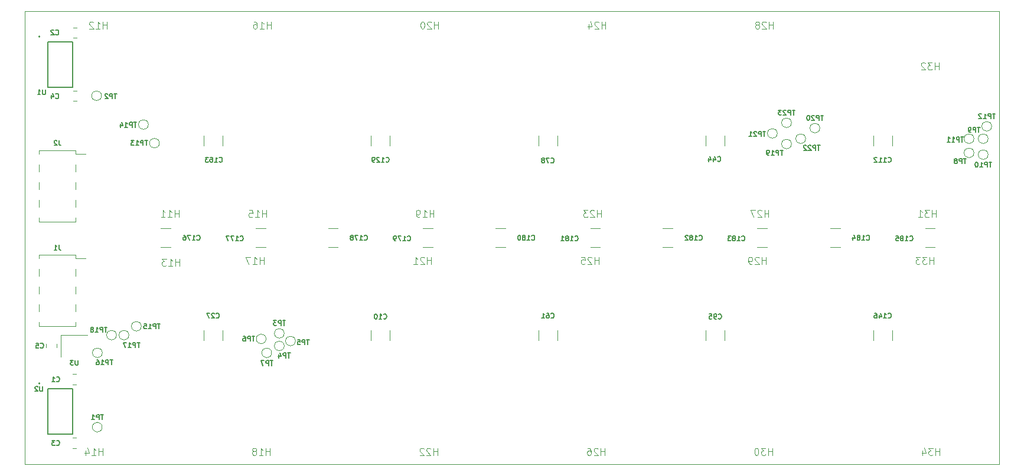
<source format=gbr>
%TF.GenerationSoftware,KiCad,Pcbnew,8.0.6*%
%TF.CreationDate,2024-12-06T19:08:15+01:00*%
%TF.ProjectId,AsicsBoard - 10xBM1370 - 01A,41736963-7342-46f6-9172-64202d203130,rev?*%
%TF.SameCoordinates,Original*%
%TF.FileFunction,Legend,Bot*%
%TF.FilePolarity,Positive*%
%FSLAX46Y46*%
G04 Gerber Fmt 4.6, Leading zero omitted, Abs format (unit mm)*
G04 Created by KiCad (PCBNEW 8.0.6) date 2024-12-06 19:08:15*
%MOMM*%
%LPD*%
G01*
G04 APERTURE LIST*
%ADD10C,0.150000*%
%ADD11C,0.100000*%
%ADD12C,0.120000*%
%ADD13C,0.127000*%
%ADD14C,0.200000*%
%TA.AperFunction,Profile*%
%ADD15C,0.100000*%
%TD*%
G04 APERTURE END LIST*
D10*
X191883333Y-87849366D02*
X191916666Y-87882700D01*
X191916666Y-87882700D02*
X192016666Y-87916033D01*
X192016666Y-87916033D02*
X192083333Y-87916033D01*
X192083333Y-87916033D02*
X192183333Y-87882700D01*
X192183333Y-87882700D02*
X192250000Y-87816033D01*
X192250000Y-87816033D02*
X192283333Y-87749366D01*
X192283333Y-87749366D02*
X192316666Y-87616033D01*
X192316666Y-87616033D02*
X192316666Y-87516033D01*
X192316666Y-87516033D02*
X192283333Y-87382700D01*
X192283333Y-87382700D02*
X192250000Y-87316033D01*
X192250000Y-87316033D02*
X192183333Y-87249366D01*
X192183333Y-87249366D02*
X192083333Y-87216033D01*
X192083333Y-87216033D02*
X192016666Y-87216033D01*
X192016666Y-87216033D02*
X191916666Y-87249366D01*
X191916666Y-87249366D02*
X191883333Y-87282700D01*
X191216666Y-87916033D02*
X191616666Y-87916033D01*
X191416666Y-87916033D02*
X191416666Y-87216033D01*
X191416666Y-87216033D02*
X191483333Y-87316033D01*
X191483333Y-87316033D02*
X191550000Y-87382700D01*
X191550000Y-87382700D02*
X191616666Y-87416033D01*
X190816666Y-87516033D02*
X190883333Y-87482700D01*
X190883333Y-87482700D02*
X190916666Y-87449366D01*
X190916666Y-87449366D02*
X190949999Y-87382700D01*
X190949999Y-87382700D02*
X190949999Y-87349366D01*
X190949999Y-87349366D02*
X190916666Y-87282700D01*
X190916666Y-87282700D02*
X190883333Y-87249366D01*
X190883333Y-87249366D02*
X190816666Y-87216033D01*
X190816666Y-87216033D02*
X190683333Y-87216033D01*
X190683333Y-87216033D02*
X190616666Y-87249366D01*
X190616666Y-87249366D02*
X190583333Y-87282700D01*
X190583333Y-87282700D02*
X190549999Y-87349366D01*
X190549999Y-87349366D02*
X190549999Y-87382700D01*
X190549999Y-87382700D02*
X190583333Y-87449366D01*
X190583333Y-87449366D02*
X190616666Y-87482700D01*
X190616666Y-87482700D02*
X190683333Y-87516033D01*
X190683333Y-87516033D02*
X190816666Y-87516033D01*
X190816666Y-87516033D02*
X190883333Y-87549366D01*
X190883333Y-87549366D02*
X190916666Y-87582700D01*
X190916666Y-87582700D02*
X190949999Y-87649366D01*
X190949999Y-87649366D02*
X190949999Y-87782700D01*
X190949999Y-87782700D02*
X190916666Y-87849366D01*
X190916666Y-87849366D02*
X190883333Y-87882700D01*
X190883333Y-87882700D02*
X190816666Y-87916033D01*
X190816666Y-87916033D02*
X190683333Y-87916033D01*
X190683333Y-87916033D02*
X190616666Y-87882700D01*
X190616666Y-87882700D02*
X190583333Y-87849366D01*
X190583333Y-87849366D02*
X190549999Y-87782700D01*
X190549999Y-87782700D02*
X190549999Y-87649366D01*
X190549999Y-87649366D02*
X190583333Y-87582700D01*
X190583333Y-87582700D02*
X190616666Y-87549366D01*
X190616666Y-87549366D02*
X190683333Y-87516033D01*
X189916666Y-87216033D02*
X190249999Y-87216033D01*
X190249999Y-87216033D02*
X190283332Y-87549366D01*
X190283332Y-87549366D02*
X190249999Y-87516033D01*
X190249999Y-87516033D02*
X190183332Y-87482700D01*
X190183332Y-87482700D02*
X190016666Y-87482700D01*
X190016666Y-87482700D02*
X189949999Y-87516033D01*
X189949999Y-87516033D02*
X189916666Y-87549366D01*
X189916666Y-87549366D02*
X189883332Y-87616033D01*
X189883332Y-87616033D02*
X189883332Y-87782700D01*
X189883332Y-87782700D02*
X189916666Y-87849366D01*
X189916666Y-87849366D02*
X189949999Y-87882700D01*
X189949999Y-87882700D02*
X190016666Y-87916033D01*
X190016666Y-87916033D02*
X190183332Y-87916033D01*
X190183332Y-87916033D02*
X190249999Y-87882700D01*
X190249999Y-87882700D02*
X190283332Y-87849366D01*
X185683333Y-87749366D02*
X185716666Y-87782700D01*
X185716666Y-87782700D02*
X185816666Y-87816033D01*
X185816666Y-87816033D02*
X185883333Y-87816033D01*
X185883333Y-87816033D02*
X185983333Y-87782700D01*
X185983333Y-87782700D02*
X186050000Y-87716033D01*
X186050000Y-87716033D02*
X186083333Y-87649366D01*
X186083333Y-87649366D02*
X186116666Y-87516033D01*
X186116666Y-87516033D02*
X186116666Y-87416033D01*
X186116666Y-87416033D02*
X186083333Y-87282700D01*
X186083333Y-87282700D02*
X186050000Y-87216033D01*
X186050000Y-87216033D02*
X185983333Y-87149366D01*
X185983333Y-87149366D02*
X185883333Y-87116033D01*
X185883333Y-87116033D02*
X185816666Y-87116033D01*
X185816666Y-87116033D02*
X185716666Y-87149366D01*
X185716666Y-87149366D02*
X185683333Y-87182700D01*
X185016666Y-87816033D02*
X185416666Y-87816033D01*
X185216666Y-87816033D02*
X185216666Y-87116033D01*
X185216666Y-87116033D02*
X185283333Y-87216033D01*
X185283333Y-87216033D02*
X185350000Y-87282700D01*
X185350000Y-87282700D02*
X185416666Y-87316033D01*
X184616666Y-87416033D02*
X184683333Y-87382700D01*
X184683333Y-87382700D02*
X184716666Y-87349366D01*
X184716666Y-87349366D02*
X184749999Y-87282700D01*
X184749999Y-87282700D02*
X184749999Y-87249366D01*
X184749999Y-87249366D02*
X184716666Y-87182700D01*
X184716666Y-87182700D02*
X184683333Y-87149366D01*
X184683333Y-87149366D02*
X184616666Y-87116033D01*
X184616666Y-87116033D02*
X184483333Y-87116033D01*
X184483333Y-87116033D02*
X184416666Y-87149366D01*
X184416666Y-87149366D02*
X184383333Y-87182700D01*
X184383333Y-87182700D02*
X184349999Y-87249366D01*
X184349999Y-87249366D02*
X184349999Y-87282700D01*
X184349999Y-87282700D02*
X184383333Y-87349366D01*
X184383333Y-87349366D02*
X184416666Y-87382700D01*
X184416666Y-87382700D02*
X184483333Y-87416033D01*
X184483333Y-87416033D02*
X184616666Y-87416033D01*
X184616666Y-87416033D02*
X184683333Y-87449366D01*
X184683333Y-87449366D02*
X184716666Y-87482700D01*
X184716666Y-87482700D02*
X184749999Y-87549366D01*
X184749999Y-87549366D02*
X184749999Y-87682700D01*
X184749999Y-87682700D02*
X184716666Y-87749366D01*
X184716666Y-87749366D02*
X184683333Y-87782700D01*
X184683333Y-87782700D02*
X184616666Y-87816033D01*
X184616666Y-87816033D02*
X184483333Y-87816033D01*
X184483333Y-87816033D02*
X184416666Y-87782700D01*
X184416666Y-87782700D02*
X184383333Y-87749366D01*
X184383333Y-87749366D02*
X184349999Y-87682700D01*
X184349999Y-87682700D02*
X184349999Y-87549366D01*
X184349999Y-87549366D02*
X184383333Y-87482700D01*
X184383333Y-87482700D02*
X184416666Y-87449366D01*
X184416666Y-87449366D02*
X184483333Y-87416033D01*
X183749999Y-87349366D02*
X183749999Y-87816033D01*
X183916666Y-87082700D02*
X184083332Y-87582700D01*
X184083332Y-87582700D02*
X183649999Y-87582700D01*
X167808333Y-87849366D02*
X167841666Y-87882700D01*
X167841666Y-87882700D02*
X167941666Y-87916033D01*
X167941666Y-87916033D02*
X168008333Y-87916033D01*
X168008333Y-87916033D02*
X168108333Y-87882700D01*
X168108333Y-87882700D02*
X168175000Y-87816033D01*
X168175000Y-87816033D02*
X168208333Y-87749366D01*
X168208333Y-87749366D02*
X168241666Y-87616033D01*
X168241666Y-87616033D02*
X168241666Y-87516033D01*
X168241666Y-87516033D02*
X168208333Y-87382700D01*
X168208333Y-87382700D02*
X168175000Y-87316033D01*
X168175000Y-87316033D02*
X168108333Y-87249366D01*
X168108333Y-87249366D02*
X168008333Y-87216033D01*
X168008333Y-87216033D02*
X167941666Y-87216033D01*
X167941666Y-87216033D02*
X167841666Y-87249366D01*
X167841666Y-87249366D02*
X167808333Y-87282700D01*
X167141666Y-87916033D02*
X167541666Y-87916033D01*
X167341666Y-87916033D02*
X167341666Y-87216033D01*
X167341666Y-87216033D02*
X167408333Y-87316033D01*
X167408333Y-87316033D02*
X167475000Y-87382700D01*
X167475000Y-87382700D02*
X167541666Y-87416033D01*
X166741666Y-87516033D02*
X166808333Y-87482700D01*
X166808333Y-87482700D02*
X166841666Y-87449366D01*
X166841666Y-87449366D02*
X166874999Y-87382700D01*
X166874999Y-87382700D02*
X166874999Y-87349366D01*
X166874999Y-87349366D02*
X166841666Y-87282700D01*
X166841666Y-87282700D02*
X166808333Y-87249366D01*
X166808333Y-87249366D02*
X166741666Y-87216033D01*
X166741666Y-87216033D02*
X166608333Y-87216033D01*
X166608333Y-87216033D02*
X166541666Y-87249366D01*
X166541666Y-87249366D02*
X166508333Y-87282700D01*
X166508333Y-87282700D02*
X166474999Y-87349366D01*
X166474999Y-87349366D02*
X166474999Y-87382700D01*
X166474999Y-87382700D02*
X166508333Y-87449366D01*
X166508333Y-87449366D02*
X166541666Y-87482700D01*
X166541666Y-87482700D02*
X166608333Y-87516033D01*
X166608333Y-87516033D02*
X166741666Y-87516033D01*
X166741666Y-87516033D02*
X166808333Y-87549366D01*
X166808333Y-87549366D02*
X166841666Y-87582700D01*
X166841666Y-87582700D02*
X166874999Y-87649366D01*
X166874999Y-87649366D02*
X166874999Y-87782700D01*
X166874999Y-87782700D02*
X166841666Y-87849366D01*
X166841666Y-87849366D02*
X166808333Y-87882700D01*
X166808333Y-87882700D02*
X166741666Y-87916033D01*
X166741666Y-87916033D02*
X166608333Y-87916033D01*
X166608333Y-87916033D02*
X166541666Y-87882700D01*
X166541666Y-87882700D02*
X166508333Y-87849366D01*
X166508333Y-87849366D02*
X166474999Y-87782700D01*
X166474999Y-87782700D02*
X166474999Y-87649366D01*
X166474999Y-87649366D02*
X166508333Y-87582700D01*
X166508333Y-87582700D02*
X166541666Y-87549366D01*
X166541666Y-87549366D02*
X166608333Y-87516033D01*
X166241666Y-87216033D02*
X165808332Y-87216033D01*
X165808332Y-87216033D02*
X166041666Y-87482700D01*
X166041666Y-87482700D02*
X165941666Y-87482700D01*
X165941666Y-87482700D02*
X165874999Y-87516033D01*
X165874999Y-87516033D02*
X165841666Y-87549366D01*
X165841666Y-87549366D02*
X165808332Y-87616033D01*
X165808332Y-87616033D02*
X165808332Y-87782700D01*
X165808332Y-87782700D02*
X165841666Y-87849366D01*
X165841666Y-87849366D02*
X165874999Y-87882700D01*
X165874999Y-87882700D02*
X165941666Y-87916033D01*
X165941666Y-87916033D02*
X166141666Y-87916033D01*
X166141666Y-87916033D02*
X166208332Y-87882700D01*
X166208332Y-87882700D02*
X166241666Y-87849366D01*
X161683333Y-87749366D02*
X161716666Y-87782700D01*
X161716666Y-87782700D02*
X161816666Y-87816033D01*
X161816666Y-87816033D02*
X161883333Y-87816033D01*
X161883333Y-87816033D02*
X161983333Y-87782700D01*
X161983333Y-87782700D02*
X162050000Y-87716033D01*
X162050000Y-87716033D02*
X162083333Y-87649366D01*
X162083333Y-87649366D02*
X162116666Y-87516033D01*
X162116666Y-87516033D02*
X162116666Y-87416033D01*
X162116666Y-87416033D02*
X162083333Y-87282700D01*
X162083333Y-87282700D02*
X162050000Y-87216033D01*
X162050000Y-87216033D02*
X161983333Y-87149366D01*
X161983333Y-87149366D02*
X161883333Y-87116033D01*
X161883333Y-87116033D02*
X161816666Y-87116033D01*
X161816666Y-87116033D02*
X161716666Y-87149366D01*
X161716666Y-87149366D02*
X161683333Y-87182700D01*
X161016666Y-87816033D02*
X161416666Y-87816033D01*
X161216666Y-87816033D02*
X161216666Y-87116033D01*
X161216666Y-87116033D02*
X161283333Y-87216033D01*
X161283333Y-87216033D02*
X161350000Y-87282700D01*
X161350000Y-87282700D02*
X161416666Y-87316033D01*
X160616666Y-87416033D02*
X160683333Y-87382700D01*
X160683333Y-87382700D02*
X160716666Y-87349366D01*
X160716666Y-87349366D02*
X160749999Y-87282700D01*
X160749999Y-87282700D02*
X160749999Y-87249366D01*
X160749999Y-87249366D02*
X160716666Y-87182700D01*
X160716666Y-87182700D02*
X160683333Y-87149366D01*
X160683333Y-87149366D02*
X160616666Y-87116033D01*
X160616666Y-87116033D02*
X160483333Y-87116033D01*
X160483333Y-87116033D02*
X160416666Y-87149366D01*
X160416666Y-87149366D02*
X160383333Y-87182700D01*
X160383333Y-87182700D02*
X160349999Y-87249366D01*
X160349999Y-87249366D02*
X160349999Y-87282700D01*
X160349999Y-87282700D02*
X160383333Y-87349366D01*
X160383333Y-87349366D02*
X160416666Y-87382700D01*
X160416666Y-87382700D02*
X160483333Y-87416033D01*
X160483333Y-87416033D02*
X160616666Y-87416033D01*
X160616666Y-87416033D02*
X160683333Y-87449366D01*
X160683333Y-87449366D02*
X160716666Y-87482700D01*
X160716666Y-87482700D02*
X160749999Y-87549366D01*
X160749999Y-87549366D02*
X160749999Y-87682700D01*
X160749999Y-87682700D02*
X160716666Y-87749366D01*
X160716666Y-87749366D02*
X160683333Y-87782700D01*
X160683333Y-87782700D02*
X160616666Y-87816033D01*
X160616666Y-87816033D02*
X160483333Y-87816033D01*
X160483333Y-87816033D02*
X160416666Y-87782700D01*
X160416666Y-87782700D02*
X160383333Y-87749366D01*
X160383333Y-87749366D02*
X160349999Y-87682700D01*
X160349999Y-87682700D02*
X160349999Y-87549366D01*
X160349999Y-87549366D02*
X160383333Y-87482700D01*
X160383333Y-87482700D02*
X160416666Y-87449366D01*
X160416666Y-87449366D02*
X160483333Y-87416033D01*
X160083332Y-87182700D02*
X160049999Y-87149366D01*
X160049999Y-87149366D02*
X159983332Y-87116033D01*
X159983332Y-87116033D02*
X159816666Y-87116033D01*
X159816666Y-87116033D02*
X159749999Y-87149366D01*
X159749999Y-87149366D02*
X159716666Y-87182700D01*
X159716666Y-87182700D02*
X159683332Y-87249366D01*
X159683332Y-87249366D02*
X159683332Y-87316033D01*
X159683332Y-87316033D02*
X159716666Y-87416033D01*
X159716666Y-87416033D02*
X160116666Y-87816033D01*
X160116666Y-87816033D02*
X159683332Y-87816033D01*
X143883333Y-87849366D02*
X143916666Y-87882700D01*
X143916666Y-87882700D02*
X144016666Y-87916033D01*
X144016666Y-87916033D02*
X144083333Y-87916033D01*
X144083333Y-87916033D02*
X144183333Y-87882700D01*
X144183333Y-87882700D02*
X144250000Y-87816033D01*
X144250000Y-87816033D02*
X144283333Y-87749366D01*
X144283333Y-87749366D02*
X144316666Y-87616033D01*
X144316666Y-87616033D02*
X144316666Y-87516033D01*
X144316666Y-87516033D02*
X144283333Y-87382700D01*
X144283333Y-87382700D02*
X144250000Y-87316033D01*
X144250000Y-87316033D02*
X144183333Y-87249366D01*
X144183333Y-87249366D02*
X144083333Y-87216033D01*
X144083333Y-87216033D02*
X144016666Y-87216033D01*
X144016666Y-87216033D02*
X143916666Y-87249366D01*
X143916666Y-87249366D02*
X143883333Y-87282700D01*
X143216666Y-87916033D02*
X143616666Y-87916033D01*
X143416666Y-87916033D02*
X143416666Y-87216033D01*
X143416666Y-87216033D02*
X143483333Y-87316033D01*
X143483333Y-87316033D02*
X143550000Y-87382700D01*
X143550000Y-87382700D02*
X143616666Y-87416033D01*
X142816666Y-87516033D02*
X142883333Y-87482700D01*
X142883333Y-87482700D02*
X142916666Y-87449366D01*
X142916666Y-87449366D02*
X142949999Y-87382700D01*
X142949999Y-87382700D02*
X142949999Y-87349366D01*
X142949999Y-87349366D02*
X142916666Y-87282700D01*
X142916666Y-87282700D02*
X142883333Y-87249366D01*
X142883333Y-87249366D02*
X142816666Y-87216033D01*
X142816666Y-87216033D02*
X142683333Y-87216033D01*
X142683333Y-87216033D02*
X142616666Y-87249366D01*
X142616666Y-87249366D02*
X142583333Y-87282700D01*
X142583333Y-87282700D02*
X142549999Y-87349366D01*
X142549999Y-87349366D02*
X142549999Y-87382700D01*
X142549999Y-87382700D02*
X142583333Y-87449366D01*
X142583333Y-87449366D02*
X142616666Y-87482700D01*
X142616666Y-87482700D02*
X142683333Y-87516033D01*
X142683333Y-87516033D02*
X142816666Y-87516033D01*
X142816666Y-87516033D02*
X142883333Y-87549366D01*
X142883333Y-87549366D02*
X142916666Y-87582700D01*
X142916666Y-87582700D02*
X142949999Y-87649366D01*
X142949999Y-87649366D02*
X142949999Y-87782700D01*
X142949999Y-87782700D02*
X142916666Y-87849366D01*
X142916666Y-87849366D02*
X142883333Y-87882700D01*
X142883333Y-87882700D02*
X142816666Y-87916033D01*
X142816666Y-87916033D02*
X142683333Y-87916033D01*
X142683333Y-87916033D02*
X142616666Y-87882700D01*
X142616666Y-87882700D02*
X142583333Y-87849366D01*
X142583333Y-87849366D02*
X142549999Y-87782700D01*
X142549999Y-87782700D02*
X142549999Y-87649366D01*
X142549999Y-87649366D02*
X142583333Y-87582700D01*
X142583333Y-87582700D02*
X142616666Y-87549366D01*
X142616666Y-87549366D02*
X142683333Y-87516033D01*
X141883332Y-87916033D02*
X142283332Y-87916033D01*
X142083332Y-87916033D02*
X142083332Y-87216033D01*
X142083332Y-87216033D02*
X142149999Y-87316033D01*
X142149999Y-87316033D02*
X142216666Y-87382700D01*
X142216666Y-87382700D02*
X142283332Y-87416033D01*
X137683333Y-87749366D02*
X137716666Y-87782700D01*
X137716666Y-87782700D02*
X137816666Y-87816033D01*
X137816666Y-87816033D02*
X137883333Y-87816033D01*
X137883333Y-87816033D02*
X137983333Y-87782700D01*
X137983333Y-87782700D02*
X138050000Y-87716033D01*
X138050000Y-87716033D02*
X138083333Y-87649366D01*
X138083333Y-87649366D02*
X138116666Y-87516033D01*
X138116666Y-87516033D02*
X138116666Y-87416033D01*
X138116666Y-87416033D02*
X138083333Y-87282700D01*
X138083333Y-87282700D02*
X138050000Y-87216033D01*
X138050000Y-87216033D02*
X137983333Y-87149366D01*
X137983333Y-87149366D02*
X137883333Y-87116033D01*
X137883333Y-87116033D02*
X137816666Y-87116033D01*
X137816666Y-87116033D02*
X137716666Y-87149366D01*
X137716666Y-87149366D02*
X137683333Y-87182700D01*
X137016666Y-87816033D02*
X137416666Y-87816033D01*
X137216666Y-87816033D02*
X137216666Y-87116033D01*
X137216666Y-87116033D02*
X137283333Y-87216033D01*
X137283333Y-87216033D02*
X137350000Y-87282700D01*
X137350000Y-87282700D02*
X137416666Y-87316033D01*
X136616666Y-87416033D02*
X136683333Y-87382700D01*
X136683333Y-87382700D02*
X136716666Y-87349366D01*
X136716666Y-87349366D02*
X136749999Y-87282700D01*
X136749999Y-87282700D02*
X136749999Y-87249366D01*
X136749999Y-87249366D02*
X136716666Y-87182700D01*
X136716666Y-87182700D02*
X136683333Y-87149366D01*
X136683333Y-87149366D02*
X136616666Y-87116033D01*
X136616666Y-87116033D02*
X136483333Y-87116033D01*
X136483333Y-87116033D02*
X136416666Y-87149366D01*
X136416666Y-87149366D02*
X136383333Y-87182700D01*
X136383333Y-87182700D02*
X136349999Y-87249366D01*
X136349999Y-87249366D02*
X136349999Y-87282700D01*
X136349999Y-87282700D02*
X136383333Y-87349366D01*
X136383333Y-87349366D02*
X136416666Y-87382700D01*
X136416666Y-87382700D02*
X136483333Y-87416033D01*
X136483333Y-87416033D02*
X136616666Y-87416033D01*
X136616666Y-87416033D02*
X136683333Y-87449366D01*
X136683333Y-87449366D02*
X136716666Y-87482700D01*
X136716666Y-87482700D02*
X136749999Y-87549366D01*
X136749999Y-87549366D02*
X136749999Y-87682700D01*
X136749999Y-87682700D02*
X136716666Y-87749366D01*
X136716666Y-87749366D02*
X136683333Y-87782700D01*
X136683333Y-87782700D02*
X136616666Y-87816033D01*
X136616666Y-87816033D02*
X136483333Y-87816033D01*
X136483333Y-87816033D02*
X136416666Y-87782700D01*
X136416666Y-87782700D02*
X136383333Y-87749366D01*
X136383333Y-87749366D02*
X136349999Y-87682700D01*
X136349999Y-87682700D02*
X136349999Y-87549366D01*
X136349999Y-87549366D02*
X136383333Y-87482700D01*
X136383333Y-87482700D02*
X136416666Y-87449366D01*
X136416666Y-87449366D02*
X136483333Y-87416033D01*
X135916666Y-87116033D02*
X135849999Y-87116033D01*
X135849999Y-87116033D02*
X135783332Y-87149366D01*
X135783332Y-87149366D02*
X135749999Y-87182700D01*
X135749999Y-87182700D02*
X135716666Y-87249366D01*
X135716666Y-87249366D02*
X135683332Y-87382700D01*
X135683332Y-87382700D02*
X135683332Y-87549366D01*
X135683332Y-87549366D02*
X135716666Y-87682700D01*
X135716666Y-87682700D02*
X135749999Y-87749366D01*
X135749999Y-87749366D02*
X135783332Y-87782700D01*
X135783332Y-87782700D02*
X135849999Y-87816033D01*
X135849999Y-87816033D02*
X135916666Y-87816033D01*
X135916666Y-87816033D02*
X135983332Y-87782700D01*
X135983332Y-87782700D02*
X136016666Y-87749366D01*
X136016666Y-87749366D02*
X136049999Y-87682700D01*
X136049999Y-87682700D02*
X136083332Y-87549366D01*
X136083332Y-87549366D02*
X136083332Y-87382700D01*
X136083332Y-87382700D02*
X136049999Y-87249366D01*
X136049999Y-87249366D02*
X136016666Y-87182700D01*
X136016666Y-87182700D02*
X135983332Y-87149366D01*
X135983332Y-87149366D02*
X135916666Y-87116033D01*
X119883333Y-87849366D02*
X119916666Y-87882700D01*
X119916666Y-87882700D02*
X120016666Y-87916033D01*
X120016666Y-87916033D02*
X120083333Y-87916033D01*
X120083333Y-87916033D02*
X120183333Y-87882700D01*
X120183333Y-87882700D02*
X120250000Y-87816033D01*
X120250000Y-87816033D02*
X120283333Y-87749366D01*
X120283333Y-87749366D02*
X120316666Y-87616033D01*
X120316666Y-87616033D02*
X120316666Y-87516033D01*
X120316666Y-87516033D02*
X120283333Y-87382700D01*
X120283333Y-87382700D02*
X120250000Y-87316033D01*
X120250000Y-87316033D02*
X120183333Y-87249366D01*
X120183333Y-87249366D02*
X120083333Y-87216033D01*
X120083333Y-87216033D02*
X120016666Y-87216033D01*
X120016666Y-87216033D02*
X119916666Y-87249366D01*
X119916666Y-87249366D02*
X119883333Y-87282700D01*
X119216666Y-87916033D02*
X119616666Y-87916033D01*
X119416666Y-87916033D02*
X119416666Y-87216033D01*
X119416666Y-87216033D02*
X119483333Y-87316033D01*
X119483333Y-87316033D02*
X119550000Y-87382700D01*
X119550000Y-87382700D02*
X119616666Y-87416033D01*
X118983333Y-87216033D02*
X118516666Y-87216033D01*
X118516666Y-87216033D02*
X118816666Y-87916033D01*
X118216666Y-87916033D02*
X118083332Y-87916033D01*
X118083332Y-87916033D02*
X118016666Y-87882700D01*
X118016666Y-87882700D02*
X117983332Y-87849366D01*
X117983332Y-87849366D02*
X117916666Y-87749366D01*
X117916666Y-87749366D02*
X117883332Y-87616033D01*
X117883332Y-87616033D02*
X117883332Y-87349366D01*
X117883332Y-87349366D02*
X117916666Y-87282700D01*
X117916666Y-87282700D02*
X117949999Y-87249366D01*
X117949999Y-87249366D02*
X118016666Y-87216033D01*
X118016666Y-87216033D02*
X118149999Y-87216033D01*
X118149999Y-87216033D02*
X118216666Y-87249366D01*
X118216666Y-87249366D02*
X118249999Y-87282700D01*
X118249999Y-87282700D02*
X118283332Y-87349366D01*
X118283332Y-87349366D02*
X118283332Y-87516033D01*
X118283332Y-87516033D02*
X118249999Y-87582700D01*
X118249999Y-87582700D02*
X118216666Y-87616033D01*
X118216666Y-87616033D02*
X118149999Y-87649366D01*
X118149999Y-87649366D02*
X118016666Y-87649366D01*
X118016666Y-87649366D02*
X117949999Y-87616033D01*
X117949999Y-87616033D02*
X117916666Y-87582700D01*
X117916666Y-87582700D02*
X117883332Y-87516033D01*
X113683333Y-87749366D02*
X113716666Y-87782700D01*
X113716666Y-87782700D02*
X113816666Y-87816033D01*
X113816666Y-87816033D02*
X113883333Y-87816033D01*
X113883333Y-87816033D02*
X113983333Y-87782700D01*
X113983333Y-87782700D02*
X114050000Y-87716033D01*
X114050000Y-87716033D02*
X114083333Y-87649366D01*
X114083333Y-87649366D02*
X114116666Y-87516033D01*
X114116666Y-87516033D02*
X114116666Y-87416033D01*
X114116666Y-87416033D02*
X114083333Y-87282700D01*
X114083333Y-87282700D02*
X114050000Y-87216033D01*
X114050000Y-87216033D02*
X113983333Y-87149366D01*
X113983333Y-87149366D02*
X113883333Y-87116033D01*
X113883333Y-87116033D02*
X113816666Y-87116033D01*
X113816666Y-87116033D02*
X113716666Y-87149366D01*
X113716666Y-87149366D02*
X113683333Y-87182700D01*
X113016666Y-87816033D02*
X113416666Y-87816033D01*
X113216666Y-87816033D02*
X113216666Y-87116033D01*
X113216666Y-87116033D02*
X113283333Y-87216033D01*
X113283333Y-87216033D02*
X113350000Y-87282700D01*
X113350000Y-87282700D02*
X113416666Y-87316033D01*
X112783333Y-87116033D02*
X112316666Y-87116033D01*
X112316666Y-87116033D02*
X112616666Y-87816033D01*
X111949999Y-87416033D02*
X112016666Y-87382700D01*
X112016666Y-87382700D02*
X112049999Y-87349366D01*
X112049999Y-87349366D02*
X112083332Y-87282700D01*
X112083332Y-87282700D02*
X112083332Y-87249366D01*
X112083332Y-87249366D02*
X112049999Y-87182700D01*
X112049999Y-87182700D02*
X112016666Y-87149366D01*
X112016666Y-87149366D02*
X111949999Y-87116033D01*
X111949999Y-87116033D02*
X111816666Y-87116033D01*
X111816666Y-87116033D02*
X111749999Y-87149366D01*
X111749999Y-87149366D02*
X111716666Y-87182700D01*
X111716666Y-87182700D02*
X111683332Y-87249366D01*
X111683332Y-87249366D02*
X111683332Y-87282700D01*
X111683332Y-87282700D02*
X111716666Y-87349366D01*
X111716666Y-87349366D02*
X111749999Y-87382700D01*
X111749999Y-87382700D02*
X111816666Y-87416033D01*
X111816666Y-87416033D02*
X111949999Y-87416033D01*
X111949999Y-87416033D02*
X112016666Y-87449366D01*
X112016666Y-87449366D02*
X112049999Y-87482700D01*
X112049999Y-87482700D02*
X112083332Y-87549366D01*
X112083332Y-87549366D02*
X112083332Y-87682700D01*
X112083332Y-87682700D02*
X112049999Y-87749366D01*
X112049999Y-87749366D02*
X112016666Y-87782700D01*
X112016666Y-87782700D02*
X111949999Y-87816033D01*
X111949999Y-87816033D02*
X111816666Y-87816033D01*
X111816666Y-87816033D02*
X111749999Y-87782700D01*
X111749999Y-87782700D02*
X111716666Y-87749366D01*
X111716666Y-87749366D02*
X111683332Y-87682700D01*
X111683332Y-87682700D02*
X111683332Y-87549366D01*
X111683332Y-87549366D02*
X111716666Y-87482700D01*
X111716666Y-87482700D02*
X111749999Y-87449366D01*
X111749999Y-87449366D02*
X111816666Y-87416033D01*
X95883333Y-87849366D02*
X95916666Y-87882700D01*
X95916666Y-87882700D02*
X96016666Y-87916033D01*
X96016666Y-87916033D02*
X96083333Y-87916033D01*
X96083333Y-87916033D02*
X96183333Y-87882700D01*
X96183333Y-87882700D02*
X96250000Y-87816033D01*
X96250000Y-87816033D02*
X96283333Y-87749366D01*
X96283333Y-87749366D02*
X96316666Y-87616033D01*
X96316666Y-87616033D02*
X96316666Y-87516033D01*
X96316666Y-87516033D02*
X96283333Y-87382700D01*
X96283333Y-87382700D02*
X96250000Y-87316033D01*
X96250000Y-87316033D02*
X96183333Y-87249366D01*
X96183333Y-87249366D02*
X96083333Y-87216033D01*
X96083333Y-87216033D02*
X96016666Y-87216033D01*
X96016666Y-87216033D02*
X95916666Y-87249366D01*
X95916666Y-87249366D02*
X95883333Y-87282700D01*
X95216666Y-87916033D02*
X95616666Y-87916033D01*
X95416666Y-87916033D02*
X95416666Y-87216033D01*
X95416666Y-87216033D02*
X95483333Y-87316033D01*
X95483333Y-87316033D02*
X95550000Y-87382700D01*
X95550000Y-87382700D02*
X95616666Y-87416033D01*
X94983333Y-87216033D02*
X94516666Y-87216033D01*
X94516666Y-87216033D02*
X94816666Y-87916033D01*
X94316666Y-87216033D02*
X93849999Y-87216033D01*
X93849999Y-87216033D02*
X94149999Y-87916033D01*
X89683333Y-87749366D02*
X89716666Y-87782700D01*
X89716666Y-87782700D02*
X89816666Y-87816033D01*
X89816666Y-87816033D02*
X89883333Y-87816033D01*
X89883333Y-87816033D02*
X89983333Y-87782700D01*
X89983333Y-87782700D02*
X90050000Y-87716033D01*
X90050000Y-87716033D02*
X90083333Y-87649366D01*
X90083333Y-87649366D02*
X90116666Y-87516033D01*
X90116666Y-87516033D02*
X90116666Y-87416033D01*
X90116666Y-87416033D02*
X90083333Y-87282700D01*
X90083333Y-87282700D02*
X90050000Y-87216033D01*
X90050000Y-87216033D02*
X89983333Y-87149366D01*
X89983333Y-87149366D02*
X89883333Y-87116033D01*
X89883333Y-87116033D02*
X89816666Y-87116033D01*
X89816666Y-87116033D02*
X89716666Y-87149366D01*
X89716666Y-87149366D02*
X89683333Y-87182700D01*
X89016666Y-87816033D02*
X89416666Y-87816033D01*
X89216666Y-87816033D02*
X89216666Y-87116033D01*
X89216666Y-87116033D02*
X89283333Y-87216033D01*
X89283333Y-87216033D02*
X89350000Y-87282700D01*
X89350000Y-87282700D02*
X89416666Y-87316033D01*
X88783333Y-87116033D02*
X88316666Y-87116033D01*
X88316666Y-87116033D02*
X88616666Y-87816033D01*
X87749999Y-87116033D02*
X87883332Y-87116033D01*
X87883332Y-87116033D02*
X87949999Y-87149366D01*
X87949999Y-87149366D02*
X87983332Y-87182700D01*
X87983332Y-87182700D02*
X88049999Y-87282700D01*
X88049999Y-87282700D02*
X88083332Y-87416033D01*
X88083332Y-87416033D02*
X88083332Y-87682700D01*
X88083332Y-87682700D02*
X88049999Y-87749366D01*
X88049999Y-87749366D02*
X88016666Y-87782700D01*
X88016666Y-87782700D02*
X87949999Y-87816033D01*
X87949999Y-87816033D02*
X87816666Y-87816033D01*
X87816666Y-87816033D02*
X87749999Y-87782700D01*
X87749999Y-87782700D02*
X87716666Y-87749366D01*
X87716666Y-87749366D02*
X87683332Y-87682700D01*
X87683332Y-87682700D02*
X87683332Y-87516033D01*
X87683332Y-87516033D02*
X87716666Y-87449366D01*
X87716666Y-87449366D02*
X87749999Y-87416033D01*
X87749999Y-87416033D02*
X87816666Y-87382700D01*
X87816666Y-87382700D02*
X87949999Y-87382700D01*
X87949999Y-87382700D02*
X88016666Y-87416033D01*
X88016666Y-87416033D02*
X88049999Y-87449366D01*
X88049999Y-87449366D02*
X88083332Y-87516033D01*
X69561666Y-117201366D02*
X69594999Y-117234700D01*
X69594999Y-117234700D02*
X69694999Y-117268033D01*
X69694999Y-117268033D02*
X69761666Y-117268033D01*
X69761666Y-117268033D02*
X69861666Y-117234700D01*
X69861666Y-117234700D02*
X69928333Y-117168033D01*
X69928333Y-117168033D02*
X69961666Y-117101366D01*
X69961666Y-117101366D02*
X69994999Y-116968033D01*
X69994999Y-116968033D02*
X69994999Y-116868033D01*
X69994999Y-116868033D02*
X69961666Y-116734700D01*
X69961666Y-116734700D02*
X69928333Y-116668033D01*
X69928333Y-116668033D02*
X69861666Y-116601366D01*
X69861666Y-116601366D02*
X69761666Y-116568033D01*
X69761666Y-116568033D02*
X69694999Y-116568033D01*
X69694999Y-116568033D02*
X69594999Y-116601366D01*
X69594999Y-116601366D02*
X69561666Y-116634700D01*
X69328333Y-116568033D02*
X68894999Y-116568033D01*
X68894999Y-116568033D02*
X69128333Y-116834700D01*
X69128333Y-116834700D02*
X69028333Y-116834700D01*
X69028333Y-116834700D02*
X68961666Y-116868033D01*
X68961666Y-116868033D02*
X68928333Y-116901366D01*
X68928333Y-116901366D02*
X68894999Y-116968033D01*
X68894999Y-116968033D02*
X68894999Y-117134700D01*
X68894999Y-117134700D02*
X68928333Y-117201366D01*
X68928333Y-117201366D02*
X68961666Y-117234700D01*
X68961666Y-117234700D02*
X69028333Y-117268033D01*
X69028333Y-117268033D02*
X69228333Y-117268033D01*
X69228333Y-117268033D02*
X69294999Y-117234700D01*
X69294999Y-117234700D02*
X69328333Y-117201366D01*
X188783333Y-76549366D02*
X188816666Y-76582700D01*
X188816666Y-76582700D02*
X188916666Y-76616033D01*
X188916666Y-76616033D02*
X188983333Y-76616033D01*
X188983333Y-76616033D02*
X189083333Y-76582700D01*
X189083333Y-76582700D02*
X189150000Y-76516033D01*
X189150000Y-76516033D02*
X189183333Y-76449366D01*
X189183333Y-76449366D02*
X189216666Y-76316033D01*
X189216666Y-76316033D02*
X189216666Y-76216033D01*
X189216666Y-76216033D02*
X189183333Y-76082700D01*
X189183333Y-76082700D02*
X189150000Y-76016033D01*
X189150000Y-76016033D02*
X189083333Y-75949366D01*
X189083333Y-75949366D02*
X188983333Y-75916033D01*
X188983333Y-75916033D02*
X188916666Y-75916033D01*
X188916666Y-75916033D02*
X188816666Y-75949366D01*
X188816666Y-75949366D02*
X188783333Y-75982700D01*
X188116666Y-76616033D02*
X188516666Y-76616033D01*
X188316666Y-76616033D02*
X188316666Y-75916033D01*
X188316666Y-75916033D02*
X188383333Y-76016033D01*
X188383333Y-76016033D02*
X188450000Y-76082700D01*
X188450000Y-76082700D02*
X188516666Y-76116033D01*
X187449999Y-76616033D02*
X187849999Y-76616033D01*
X187649999Y-76616033D02*
X187649999Y-75916033D01*
X187649999Y-75916033D02*
X187716666Y-76016033D01*
X187716666Y-76016033D02*
X187783333Y-76082700D01*
X187783333Y-76082700D02*
X187849999Y-76116033D01*
X187183332Y-75982700D02*
X187149999Y-75949366D01*
X187149999Y-75949366D02*
X187083332Y-75916033D01*
X187083332Y-75916033D02*
X186916666Y-75916033D01*
X186916666Y-75916033D02*
X186849999Y-75949366D01*
X186849999Y-75949366D02*
X186816666Y-75982700D01*
X186816666Y-75982700D02*
X186783332Y-76049366D01*
X186783332Y-76049366D02*
X186783332Y-76116033D01*
X186783332Y-76116033D02*
X186816666Y-76216033D01*
X186816666Y-76216033D02*
X187216666Y-76616033D01*
X187216666Y-76616033D02*
X186783332Y-76616033D01*
X171216666Y-72216033D02*
X170816666Y-72216033D01*
X171016666Y-72916033D02*
X171016666Y-72216033D01*
X170583333Y-72916033D02*
X170583333Y-72216033D01*
X170583333Y-72216033D02*
X170316666Y-72216033D01*
X170316666Y-72216033D02*
X170250000Y-72249366D01*
X170250000Y-72249366D02*
X170216666Y-72282700D01*
X170216666Y-72282700D02*
X170183333Y-72349366D01*
X170183333Y-72349366D02*
X170183333Y-72449366D01*
X170183333Y-72449366D02*
X170216666Y-72516033D01*
X170216666Y-72516033D02*
X170250000Y-72549366D01*
X170250000Y-72549366D02*
X170316666Y-72582700D01*
X170316666Y-72582700D02*
X170583333Y-72582700D01*
X169916666Y-72282700D02*
X169883333Y-72249366D01*
X169883333Y-72249366D02*
X169816666Y-72216033D01*
X169816666Y-72216033D02*
X169650000Y-72216033D01*
X169650000Y-72216033D02*
X169583333Y-72249366D01*
X169583333Y-72249366D02*
X169550000Y-72282700D01*
X169550000Y-72282700D02*
X169516666Y-72349366D01*
X169516666Y-72349366D02*
X169516666Y-72416033D01*
X169516666Y-72416033D02*
X169550000Y-72516033D01*
X169550000Y-72516033D02*
X169950000Y-72916033D01*
X169950000Y-72916033D02*
X169516666Y-72916033D01*
X168849999Y-72916033D02*
X169249999Y-72916033D01*
X169049999Y-72916033D02*
X169049999Y-72216033D01*
X169049999Y-72216033D02*
X169116666Y-72316033D01*
X169116666Y-72316033D02*
X169183333Y-72382700D01*
X169183333Y-72382700D02*
X169249999Y-72416033D01*
X175436666Y-69146033D02*
X175036666Y-69146033D01*
X175236666Y-69846033D02*
X175236666Y-69146033D01*
X174803333Y-69846033D02*
X174803333Y-69146033D01*
X174803333Y-69146033D02*
X174536666Y-69146033D01*
X174536666Y-69146033D02*
X174470000Y-69179366D01*
X174470000Y-69179366D02*
X174436666Y-69212700D01*
X174436666Y-69212700D02*
X174403333Y-69279366D01*
X174403333Y-69279366D02*
X174403333Y-69379366D01*
X174403333Y-69379366D02*
X174436666Y-69446033D01*
X174436666Y-69446033D02*
X174470000Y-69479366D01*
X174470000Y-69479366D02*
X174536666Y-69512700D01*
X174536666Y-69512700D02*
X174803333Y-69512700D01*
X174136666Y-69212700D02*
X174103333Y-69179366D01*
X174103333Y-69179366D02*
X174036666Y-69146033D01*
X174036666Y-69146033D02*
X173870000Y-69146033D01*
X173870000Y-69146033D02*
X173803333Y-69179366D01*
X173803333Y-69179366D02*
X173770000Y-69212700D01*
X173770000Y-69212700D02*
X173736666Y-69279366D01*
X173736666Y-69279366D02*
X173736666Y-69346033D01*
X173736666Y-69346033D02*
X173770000Y-69446033D01*
X173770000Y-69446033D02*
X174170000Y-69846033D01*
X174170000Y-69846033D02*
X173736666Y-69846033D01*
X173503333Y-69146033D02*
X173069999Y-69146033D01*
X173069999Y-69146033D02*
X173303333Y-69412700D01*
X173303333Y-69412700D02*
X173203333Y-69412700D01*
X173203333Y-69412700D02*
X173136666Y-69446033D01*
X173136666Y-69446033D02*
X173103333Y-69479366D01*
X173103333Y-69479366D02*
X173069999Y-69546033D01*
X173069999Y-69546033D02*
X173069999Y-69712700D01*
X173069999Y-69712700D02*
X173103333Y-69779366D01*
X173103333Y-69779366D02*
X173136666Y-69812700D01*
X173136666Y-69812700D02*
X173203333Y-69846033D01*
X173203333Y-69846033D02*
X173403333Y-69846033D01*
X173403333Y-69846033D02*
X173469999Y-69812700D01*
X173469999Y-69812700D02*
X173503333Y-69779366D01*
X69903333Y-88518033D02*
X69903333Y-89018033D01*
X69903333Y-89018033D02*
X69936666Y-89118033D01*
X69936666Y-89118033D02*
X70003333Y-89184700D01*
X70003333Y-89184700D02*
X70103333Y-89218033D01*
X70103333Y-89218033D02*
X70170000Y-89218033D01*
X69203333Y-89218033D02*
X69603333Y-89218033D01*
X69403333Y-89218033D02*
X69403333Y-88518033D01*
X69403333Y-88518033D02*
X69470000Y-88618033D01*
X69470000Y-88618033D02*
X69536667Y-88684700D01*
X69536667Y-88684700D02*
X69603333Y-88718033D01*
D11*
X195270094Y-91247419D02*
X195270094Y-90247419D01*
X195270094Y-90723609D02*
X194698666Y-90723609D01*
X194698666Y-91247419D02*
X194698666Y-90247419D01*
X194317713Y-90247419D02*
X193698666Y-90247419D01*
X193698666Y-90247419D02*
X194031999Y-90628371D01*
X194031999Y-90628371D02*
X193889142Y-90628371D01*
X193889142Y-90628371D02*
X193793904Y-90675990D01*
X193793904Y-90675990D02*
X193746285Y-90723609D01*
X193746285Y-90723609D02*
X193698666Y-90818847D01*
X193698666Y-90818847D02*
X193698666Y-91056942D01*
X193698666Y-91056942D02*
X193746285Y-91152180D01*
X193746285Y-91152180D02*
X193793904Y-91199800D01*
X193793904Y-91199800D02*
X193889142Y-91247419D01*
X193889142Y-91247419D02*
X194174856Y-91247419D01*
X194174856Y-91247419D02*
X194270094Y-91199800D01*
X194270094Y-91199800D02*
X194317713Y-91152180D01*
X193365332Y-90247419D02*
X192746285Y-90247419D01*
X192746285Y-90247419D02*
X193079618Y-90628371D01*
X193079618Y-90628371D02*
X192936761Y-90628371D01*
X192936761Y-90628371D02*
X192841523Y-90675990D01*
X192841523Y-90675990D02*
X192793904Y-90723609D01*
X192793904Y-90723609D02*
X192746285Y-90818847D01*
X192746285Y-90818847D02*
X192746285Y-91056942D01*
X192746285Y-91056942D02*
X192793904Y-91152180D01*
X192793904Y-91152180D02*
X192841523Y-91199800D01*
X192841523Y-91199800D02*
X192936761Y-91247419D01*
X192936761Y-91247419D02*
X193222475Y-91247419D01*
X193222475Y-91247419D02*
X193317713Y-91199800D01*
X193317713Y-91199800D02*
X193365332Y-91152180D01*
D10*
X201983333Y-71616033D02*
X201583333Y-71616033D01*
X201783333Y-72316033D02*
X201783333Y-71616033D01*
X201350000Y-72316033D02*
X201350000Y-71616033D01*
X201350000Y-71616033D02*
X201083333Y-71616033D01*
X201083333Y-71616033D02*
X201016667Y-71649366D01*
X201016667Y-71649366D02*
X200983333Y-71682700D01*
X200983333Y-71682700D02*
X200950000Y-71749366D01*
X200950000Y-71749366D02*
X200950000Y-71849366D01*
X200950000Y-71849366D02*
X200983333Y-71916033D01*
X200983333Y-71916033D02*
X201016667Y-71949366D01*
X201016667Y-71949366D02*
X201083333Y-71982700D01*
X201083333Y-71982700D02*
X201350000Y-71982700D01*
X200616667Y-72316033D02*
X200483333Y-72316033D01*
X200483333Y-72316033D02*
X200416667Y-72282700D01*
X200416667Y-72282700D02*
X200383333Y-72249366D01*
X200383333Y-72249366D02*
X200316667Y-72149366D01*
X200316667Y-72149366D02*
X200283333Y-72016033D01*
X200283333Y-72016033D02*
X200283333Y-71749366D01*
X200283333Y-71749366D02*
X200316667Y-71682700D01*
X200316667Y-71682700D02*
X200350000Y-71649366D01*
X200350000Y-71649366D02*
X200416667Y-71616033D01*
X200416667Y-71616033D02*
X200550000Y-71616033D01*
X200550000Y-71616033D02*
X200616667Y-71649366D01*
X200616667Y-71649366D02*
X200650000Y-71682700D01*
X200650000Y-71682700D02*
X200683333Y-71749366D01*
X200683333Y-71749366D02*
X200683333Y-71916033D01*
X200683333Y-71916033D02*
X200650000Y-71982700D01*
X200650000Y-71982700D02*
X200616667Y-72016033D01*
X200616667Y-72016033D02*
X200550000Y-72049366D01*
X200550000Y-72049366D02*
X200416667Y-72049366D01*
X200416667Y-72049366D02*
X200350000Y-72016033D01*
X200350000Y-72016033D02*
X200316667Y-71982700D01*
X200316667Y-71982700D02*
X200283333Y-71916033D01*
X199616666Y-73016033D02*
X199216666Y-73016033D01*
X199416666Y-73716033D02*
X199416666Y-73016033D01*
X198983333Y-73716033D02*
X198983333Y-73016033D01*
X198983333Y-73016033D02*
X198716666Y-73016033D01*
X198716666Y-73016033D02*
X198650000Y-73049366D01*
X198650000Y-73049366D02*
X198616666Y-73082700D01*
X198616666Y-73082700D02*
X198583333Y-73149366D01*
X198583333Y-73149366D02*
X198583333Y-73249366D01*
X198583333Y-73249366D02*
X198616666Y-73316033D01*
X198616666Y-73316033D02*
X198650000Y-73349366D01*
X198650000Y-73349366D02*
X198716666Y-73382700D01*
X198716666Y-73382700D02*
X198983333Y-73382700D01*
X197916666Y-73716033D02*
X198316666Y-73716033D01*
X198116666Y-73716033D02*
X198116666Y-73016033D01*
X198116666Y-73016033D02*
X198183333Y-73116033D01*
X198183333Y-73116033D02*
X198250000Y-73182700D01*
X198250000Y-73182700D02*
X198316666Y-73216033D01*
X197249999Y-73716033D02*
X197649999Y-73716033D01*
X197449999Y-73716033D02*
X197449999Y-73016033D01*
X197449999Y-73016033D02*
X197516666Y-73116033D01*
X197516666Y-73116033D02*
X197583333Y-73182700D01*
X197583333Y-73182700D02*
X197649999Y-73216033D01*
D11*
X87066094Y-84516419D02*
X87066094Y-83516419D01*
X87066094Y-83992609D02*
X86494666Y-83992609D01*
X86494666Y-84516419D02*
X86494666Y-83516419D01*
X85494666Y-84516419D02*
X86066094Y-84516419D01*
X85780380Y-84516419D02*
X85780380Y-83516419D01*
X85780380Y-83516419D02*
X85875618Y-83659276D01*
X85875618Y-83659276D02*
X85970856Y-83754514D01*
X85970856Y-83754514D02*
X86066094Y-83802133D01*
X84542285Y-84516419D02*
X85113713Y-84516419D01*
X84827999Y-84516419D02*
X84827999Y-83516419D01*
X84827999Y-83516419D02*
X84923237Y-83659276D01*
X84923237Y-83659276D02*
X85018475Y-83754514D01*
X85018475Y-83754514D02*
X85113713Y-83802133D01*
D10*
X84416666Y-99816033D02*
X84016666Y-99816033D01*
X84216666Y-100516033D02*
X84216666Y-99816033D01*
X83783333Y-100516033D02*
X83783333Y-99816033D01*
X83783333Y-99816033D02*
X83516666Y-99816033D01*
X83516666Y-99816033D02*
X83450000Y-99849366D01*
X83450000Y-99849366D02*
X83416666Y-99882700D01*
X83416666Y-99882700D02*
X83383333Y-99949366D01*
X83383333Y-99949366D02*
X83383333Y-100049366D01*
X83383333Y-100049366D02*
X83416666Y-100116033D01*
X83416666Y-100116033D02*
X83450000Y-100149366D01*
X83450000Y-100149366D02*
X83516666Y-100182700D01*
X83516666Y-100182700D02*
X83783333Y-100182700D01*
X82716666Y-100516033D02*
X83116666Y-100516033D01*
X82916666Y-100516033D02*
X82916666Y-99816033D01*
X82916666Y-99816033D02*
X82983333Y-99916033D01*
X82983333Y-99916033D02*
X83050000Y-99982700D01*
X83050000Y-99982700D02*
X83116666Y-100016033D01*
X82083333Y-99816033D02*
X82416666Y-99816033D01*
X82416666Y-99816033D02*
X82449999Y-100149366D01*
X82449999Y-100149366D02*
X82416666Y-100116033D01*
X82416666Y-100116033D02*
X82349999Y-100082700D01*
X82349999Y-100082700D02*
X82183333Y-100082700D01*
X82183333Y-100082700D02*
X82116666Y-100116033D01*
X82116666Y-100116033D02*
X82083333Y-100149366D01*
X82083333Y-100149366D02*
X82049999Y-100216033D01*
X82049999Y-100216033D02*
X82049999Y-100382700D01*
X82049999Y-100382700D02*
X82083333Y-100449366D01*
X82083333Y-100449366D02*
X82116666Y-100482700D01*
X82116666Y-100482700D02*
X82183333Y-100516033D01*
X82183333Y-100516033D02*
X82349999Y-100516033D01*
X82349999Y-100516033D02*
X82416666Y-100482700D01*
X82416666Y-100482700D02*
X82449999Y-100449366D01*
X76283333Y-112885033D02*
X75883333Y-112885033D01*
X76083333Y-113585033D02*
X76083333Y-112885033D01*
X75650000Y-113585033D02*
X75650000Y-112885033D01*
X75650000Y-112885033D02*
X75383333Y-112885033D01*
X75383333Y-112885033D02*
X75316667Y-112918366D01*
X75316667Y-112918366D02*
X75283333Y-112951700D01*
X75283333Y-112951700D02*
X75250000Y-113018366D01*
X75250000Y-113018366D02*
X75250000Y-113118366D01*
X75250000Y-113118366D02*
X75283333Y-113185033D01*
X75283333Y-113185033D02*
X75316667Y-113218366D01*
X75316667Y-113218366D02*
X75383333Y-113251700D01*
X75383333Y-113251700D02*
X75650000Y-113251700D01*
X74583333Y-113585033D02*
X74983333Y-113585033D01*
X74783333Y-113585033D02*
X74783333Y-112885033D01*
X74783333Y-112885033D02*
X74850000Y-112985033D01*
X74850000Y-112985033D02*
X74916667Y-113051700D01*
X74916667Y-113051700D02*
X74983333Y-113085033D01*
X105783333Y-102116033D02*
X105383333Y-102116033D01*
X105583333Y-102816033D02*
X105583333Y-102116033D01*
X105150000Y-102816033D02*
X105150000Y-102116033D01*
X105150000Y-102116033D02*
X104883333Y-102116033D01*
X104883333Y-102116033D02*
X104816667Y-102149366D01*
X104816667Y-102149366D02*
X104783333Y-102182700D01*
X104783333Y-102182700D02*
X104750000Y-102249366D01*
X104750000Y-102249366D02*
X104750000Y-102349366D01*
X104750000Y-102349366D02*
X104783333Y-102416033D01*
X104783333Y-102416033D02*
X104816667Y-102449366D01*
X104816667Y-102449366D02*
X104883333Y-102482700D01*
X104883333Y-102482700D02*
X105150000Y-102482700D01*
X104116667Y-102116033D02*
X104450000Y-102116033D01*
X104450000Y-102116033D02*
X104483333Y-102449366D01*
X104483333Y-102449366D02*
X104450000Y-102416033D01*
X104450000Y-102416033D02*
X104383333Y-102382700D01*
X104383333Y-102382700D02*
X104216667Y-102382700D01*
X104216667Y-102382700D02*
X104150000Y-102416033D01*
X104150000Y-102416033D02*
X104116667Y-102449366D01*
X104116667Y-102449366D02*
X104083333Y-102516033D01*
X104083333Y-102516033D02*
X104083333Y-102682700D01*
X104083333Y-102682700D02*
X104116667Y-102749366D01*
X104116667Y-102749366D02*
X104150000Y-102782700D01*
X104150000Y-102782700D02*
X104216667Y-102816033D01*
X104216667Y-102816033D02*
X104383333Y-102816033D01*
X104383333Y-102816033D02*
X104450000Y-102782700D01*
X104450000Y-102782700D02*
X104483333Y-102749366D01*
X81016666Y-70916033D02*
X80616666Y-70916033D01*
X80816666Y-71616033D02*
X80816666Y-70916033D01*
X80383333Y-71616033D02*
X80383333Y-70916033D01*
X80383333Y-70916033D02*
X80116666Y-70916033D01*
X80116666Y-70916033D02*
X80050000Y-70949366D01*
X80050000Y-70949366D02*
X80016666Y-70982700D01*
X80016666Y-70982700D02*
X79983333Y-71049366D01*
X79983333Y-71049366D02*
X79983333Y-71149366D01*
X79983333Y-71149366D02*
X80016666Y-71216033D01*
X80016666Y-71216033D02*
X80050000Y-71249366D01*
X80050000Y-71249366D02*
X80116666Y-71282700D01*
X80116666Y-71282700D02*
X80383333Y-71282700D01*
X79316666Y-71616033D02*
X79716666Y-71616033D01*
X79516666Y-71616033D02*
X79516666Y-70916033D01*
X79516666Y-70916033D02*
X79583333Y-71016033D01*
X79583333Y-71016033D02*
X79650000Y-71082700D01*
X79650000Y-71082700D02*
X79716666Y-71116033D01*
X78716666Y-71149366D02*
X78716666Y-71616033D01*
X78883333Y-70882700D02*
X79049999Y-71382700D01*
X79049999Y-71382700D02*
X78616666Y-71382700D01*
X69434666Y-58273366D02*
X69467999Y-58306700D01*
X69467999Y-58306700D02*
X69567999Y-58340033D01*
X69567999Y-58340033D02*
X69634666Y-58340033D01*
X69634666Y-58340033D02*
X69734666Y-58306700D01*
X69734666Y-58306700D02*
X69801333Y-58240033D01*
X69801333Y-58240033D02*
X69834666Y-58173366D01*
X69834666Y-58173366D02*
X69867999Y-58040033D01*
X69867999Y-58040033D02*
X69867999Y-57940033D01*
X69867999Y-57940033D02*
X69834666Y-57806700D01*
X69834666Y-57806700D02*
X69801333Y-57740033D01*
X69801333Y-57740033D02*
X69734666Y-57673366D01*
X69734666Y-57673366D02*
X69634666Y-57640033D01*
X69634666Y-57640033D02*
X69567999Y-57640033D01*
X69567999Y-57640033D02*
X69467999Y-57673366D01*
X69467999Y-57673366D02*
X69434666Y-57706700D01*
X69167999Y-57706700D02*
X69134666Y-57673366D01*
X69134666Y-57673366D02*
X69067999Y-57640033D01*
X69067999Y-57640033D02*
X68901333Y-57640033D01*
X68901333Y-57640033D02*
X68834666Y-57673366D01*
X68834666Y-57673366D02*
X68801333Y-57706700D01*
X68801333Y-57706700D02*
X68767999Y-57773366D01*
X68767999Y-57773366D02*
X68767999Y-57840033D01*
X68767999Y-57840033D02*
X68801333Y-57940033D01*
X68801333Y-57940033D02*
X69201333Y-58340033D01*
X69201333Y-58340033D02*
X68767999Y-58340033D01*
D11*
X171636094Y-84516419D02*
X171636094Y-83516419D01*
X171636094Y-83992609D02*
X171064666Y-83992609D01*
X171064666Y-84516419D02*
X171064666Y-83516419D01*
X170636094Y-83611657D02*
X170588475Y-83564038D01*
X170588475Y-83564038D02*
X170493237Y-83516419D01*
X170493237Y-83516419D02*
X170255142Y-83516419D01*
X170255142Y-83516419D02*
X170159904Y-83564038D01*
X170159904Y-83564038D02*
X170112285Y-83611657D01*
X170112285Y-83611657D02*
X170064666Y-83706895D01*
X170064666Y-83706895D02*
X170064666Y-83802133D01*
X170064666Y-83802133D02*
X170112285Y-83944990D01*
X170112285Y-83944990D02*
X170683713Y-84516419D01*
X170683713Y-84516419D02*
X170064666Y-84516419D01*
X169731332Y-83516419D02*
X169064666Y-83516419D01*
X169064666Y-83516419D02*
X169493237Y-84516419D01*
D10*
X103083333Y-104016033D02*
X102683333Y-104016033D01*
X102883333Y-104716033D02*
X102883333Y-104016033D01*
X102450000Y-104716033D02*
X102450000Y-104016033D01*
X102450000Y-104016033D02*
X102183333Y-104016033D01*
X102183333Y-104016033D02*
X102116667Y-104049366D01*
X102116667Y-104049366D02*
X102083333Y-104082700D01*
X102083333Y-104082700D02*
X102050000Y-104149366D01*
X102050000Y-104149366D02*
X102050000Y-104249366D01*
X102050000Y-104249366D02*
X102083333Y-104316033D01*
X102083333Y-104316033D02*
X102116667Y-104349366D01*
X102116667Y-104349366D02*
X102183333Y-104382700D01*
X102183333Y-104382700D02*
X102450000Y-104382700D01*
X101450000Y-104249366D02*
X101450000Y-104716033D01*
X101616667Y-103982700D02*
X101783333Y-104482700D01*
X101783333Y-104482700D02*
X101350000Y-104482700D01*
X67565333Y-108821033D02*
X67565333Y-109387700D01*
X67565333Y-109387700D02*
X67532000Y-109454366D01*
X67532000Y-109454366D02*
X67498666Y-109487700D01*
X67498666Y-109487700D02*
X67432000Y-109521033D01*
X67432000Y-109521033D02*
X67298666Y-109521033D01*
X67298666Y-109521033D02*
X67232000Y-109487700D01*
X67232000Y-109487700D02*
X67198666Y-109454366D01*
X67198666Y-109454366D02*
X67165333Y-109387700D01*
X67165333Y-109387700D02*
X67165333Y-108821033D01*
X66865333Y-108887700D02*
X66832000Y-108854366D01*
X66832000Y-108854366D02*
X66765333Y-108821033D01*
X66765333Y-108821033D02*
X66598667Y-108821033D01*
X66598667Y-108821033D02*
X66532000Y-108854366D01*
X66532000Y-108854366D02*
X66498667Y-108887700D01*
X66498667Y-108887700D02*
X66465333Y-108954366D01*
X66465333Y-108954366D02*
X66465333Y-109021033D01*
X66465333Y-109021033D02*
X66498667Y-109121033D01*
X66498667Y-109121033D02*
X66898667Y-109521033D01*
X66898667Y-109521033D02*
X66465333Y-109521033D01*
X173716666Y-74916033D02*
X173316666Y-74916033D01*
X173516666Y-75616033D02*
X173516666Y-74916033D01*
X173083333Y-75616033D02*
X173083333Y-74916033D01*
X173083333Y-74916033D02*
X172816666Y-74916033D01*
X172816666Y-74916033D02*
X172750000Y-74949366D01*
X172750000Y-74949366D02*
X172716666Y-74982700D01*
X172716666Y-74982700D02*
X172683333Y-75049366D01*
X172683333Y-75049366D02*
X172683333Y-75149366D01*
X172683333Y-75149366D02*
X172716666Y-75216033D01*
X172716666Y-75216033D02*
X172750000Y-75249366D01*
X172750000Y-75249366D02*
X172816666Y-75282700D01*
X172816666Y-75282700D02*
X173083333Y-75282700D01*
X172016666Y-75616033D02*
X172416666Y-75616033D01*
X172216666Y-75616033D02*
X172216666Y-74916033D01*
X172216666Y-74916033D02*
X172283333Y-75016033D01*
X172283333Y-75016033D02*
X172350000Y-75082700D01*
X172350000Y-75082700D02*
X172416666Y-75116033D01*
X171683333Y-75616033D02*
X171549999Y-75616033D01*
X171549999Y-75616033D02*
X171483333Y-75582700D01*
X171483333Y-75582700D02*
X171449999Y-75549366D01*
X171449999Y-75549366D02*
X171383333Y-75449366D01*
X171383333Y-75449366D02*
X171349999Y-75316033D01*
X171349999Y-75316033D02*
X171349999Y-75049366D01*
X171349999Y-75049366D02*
X171383333Y-74982700D01*
X171383333Y-74982700D02*
X171416666Y-74949366D01*
X171416666Y-74949366D02*
X171483333Y-74916033D01*
X171483333Y-74916033D02*
X171616666Y-74916033D01*
X171616666Y-74916033D02*
X171683333Y-74949366D01*
X171683333Y-74949366D02*
X171716666Y-74982700D01*
X171716666Y-74982700D02*
X171749999Y-75049366D01*
X171749999Y-75049366D02*
X171749999Y-75216033D01*
X171749999Y-75216033D02*
X171716666Y-75282700D01*
X171716666Y-75282700D02*
X171683333Y-75316033D01*
X171683333Y-75316033D02*
X171616666Y-75349366D01*
X171616666Y-75349366D02*
X171483333Y-75349366D01*
X171483333Y-75349366D02*
X171416666Y-75316033D01*
X171416666Y-75316033D02*
X171383333Y-75282700D01*
X171383333Y-75282700D02*
X171349999Y-75216033D01*
X116450000Y-99049366D02*
X116483333Y-99082700D01*
X116483333Y-99082700D02*
X116583333Y-99116033D01*
X116583333Y-99116033D02*
X116650000Y-99116033D01*
X116650000Y-99116033D02*
X116750000Y-99082700D01*
X116750000Y-99082700D02*
X116816667Y-99016033D01*
X116816667Y-99016033D02*
X116850000Y-98949366D01*
X116850000Y-98949366D02*
X116883333Y-98816033D01*
X116883333Y-98816033D02*
X116883333Y-98716033D01*
X116883333Y-98716033D02*
X116850000Y-98582700D01*
X116850000Y-98582700D02*
X116816667Y-98516033D01*
X116816667Y-98516033D02*
X116750000Y-98449366D01*
X116750000Y-98449366D02*
X116650000Y-98416033D01*
X116650000Y-98416033D02*
X116583333Y-98416033D01*
X116583333Y-98416033D02*
X116483333Y-98449366D01*
X116483333Y-98449366D02*
X116450000Y-98482700D01*
X115783333Y-99116033D02*
X116183333Y-99116033D01*
X115983333Y-99116033D02*
X115983333Y-98416033D01*
X115983333Y-98416033D02*
X116050000Y-98516033D01*
X116050000Y-98516033D02*
X116116667Y-98582700D01*
X116116667Y-98582700D02*
X116183333Y-98616033D01*
X115350000Y-98416033D02*
X115283333Y-98416033D01*
X115283333Y-98416033D02*
X115216666Y-98449366D01*
X115216666Y-98449366D02*
X115183333Y-98482700D01*
X115183333Y-98482700D02*
X115150000Y-98549366D01*
X115150000Y-98549366D02*
X115116666Y-98682700D01*
X115116666Y-98682700D02*
X115116666Y-98849366D01*
X115116666Y-98849366D02*
X115150000Y-98982700D01*
X115150000Y-98982700D02*
X115183333Y-99049366D01*
X115183333Y-99049366D02*
X115216666Y-99082700D01*
X115216666Y-99082700D02*
X115283333Y-99116033D01*
X115283333Y-99116033D02*
X115350000Y-99116033D01*
X115350000Y-99116033D02*
X115416666Y-99082700D01*
X115416666Y-99082700D02*
X115450000Y-99049366D01*
X115450000Y-99049366D02*
X115483333Y-98982700D01*
X115483333Y-98982700D02*
X115516666Y-98849366D01*
X115516666Y-98849366D02*
X115516666Y-98682700D01*
X115516666Y-98682700D02*
X115483333Y-98549366D01*
X115483333Y-98549366D02*
X115450000Y-98482700D01*
X115450000Y-98482700D02*
X115416666Y-98449366D01*
X115416666Y-98449366D02*
X115350000Y-98416033D01*
X199983333Y-76116033D02*
X199583333Y-76116033D01*
X199783333Y-76816033D02*
X199783333Y-76116033D01*
X199350000Y-76816033D02*
X199350000Y-76116033D01*
X199350000Y-76116033D02*
X199083333Y-76116033D01*
X199083333Y-76116033D02*
X199016667Y-76149366D01*
X199016667Y-76149366D02*
X198983333Y-76182700D01*
X198983333Y-76182700D02*
X198950000Y-76249366D01*
X198950000Y-76249366D02*
X198950000Y-76349366D01*
X198950000Y-76349366D02*
X198983333Y-76416033D01*
X198983333Y-76416033D02*
X199016667Y-76449366D01*
X199016667Y-76449366D02*
X199083333Y-76482700D01*
X199083333Y-76482700D02*
X199350000Y-76482700D01*
X198550000Y-76416033D02*
X198616667Y-76382700D01*
X198616667Y-76382700D02*
X198650000Y-76349366D01*
X198650000Y-76349366D02*
X198683333Y-76282700D01*
X198683333Y-76282700D02*
X198683333Y-76249366D01*
X198683333Y-76249366D02*
X198650000Y-76182700D01*
X198650000Y-76182700D02*
X198616667Y-76149366D01*
X198616667Y-76149366D02*
X198550000Y-76116033D01*
X198550000Y-76116033D02*
X198416667Y-76116033D01*
X198416667Y-76116033D02*
X198350000Y-76149366D01*
X198350000Y-76149366D02*
X198316667Y-76182700D01*
X198316667Y-76182700D02*
X198283333Y-76249366D01*
X198283333Y-76249366D02*
X198283333Y-76282700D01*
X198283333Y-76282700D02*
X198316667Y-76349366D01*
X198316667Y-76349366D02*
X198350000Y-76382700D01*
X198350000Y-76382700D02*
X198416667Y-76416033D01*
X198416667Y-76416033D02*
X198550000Y-76416033D01*
X198550000Y-76416033D02*
X198616667Y-76449366D01*
X198616667Y-76449366D02*
X198650000Y-76482700D01*
X198650000Y-76482700D02*
X198683333Y-76549366D01*
X198683333Y-76549366D02*
X198683333Y-76682700D01*
X198683333Y-76682700D02*
X198650000Y-76749366D01*
X198650000Y-76749366D02*
X198616667Y-76782700D01*
X198616667Y-76782700D02*
X198550000Y-76816033D01*
X198550000Y-76816033D02*
X198416667Y-76816033D01*
X198416667Y-76816033D02*
X198350000Y-76782700D01*
X198350000Y-76782700D02*
X198316667Y-76749366D01*
X198316667Y-76749366D02*
X198283333Y-76682700D01*
X198283333Y-76682700D02*
X198283333Y-76549366D01*
X198283333Y-76549366D02*
X198316667Y-76482700D01*
X198316667Y-76482700D02*
X198350000Y-76449366D01*
X198350000Y-76449366D02*
X198416667Y-76416033D01*
D11*
X76159094Y-118679419D02*
X76159094Y-117679419D01*
X76159094Y-118155609D02*
X75587666Y-118155609D01*
X75587666Y-118679419D02*
X75587666Y-117679419D01*
X74587666Y-118679419D02*
X75159094Y-118679419D01*
X74873380Y-118679419D02*
X74873380Y-117679419D01*
X74873380Y-117679419D02*
X74968618Y-117822276D01*
X74968618Y-117822276D02*
X75063856Y-117917514D01*
X75063856Y-117917514D02*
X75159094Y-117965133D01*
X73730523Y-118012752D02*
X73730523Y-118679419D01*
X73968618Y-117631800D02*
X74206713Y-118346085D01*
X74206713Y-118346085D02*
X73587666Y-118346085D01*
X196159094Y-118679419D02*
X196159094Y-117679419D01*
X196159094Y-118155609D02*
X195587666Y-118155609D01*
X195587666Y-118679419D02*
X195587666Y-117679419D01*
X195206713Y-117679419D02*
X194587666Y-117679419D01*
X194587666Y-117679419D02*
X194920999Y-118060371D01*
X194920999Y-118060371D02*
X194778142Y-118060371D01*
X194778142Y-118060371D02*
X194682904Y-118107990D01*
X194682904Y-118107990D02*
X194635285Y-118155609D01*
X194635285Y-118155609D02*
X194587666Y-118250847D01*
X194587666Y-118250847D02*
X194587666Y-118488942D01*
X194587666Y-118488942D02*
X194635285Y-118584180D01*
X194635285Y-118584180D02*
X194682904Y-118631800D01*
X194682904Y-118631800D02*
X194778142Y-118679419D01*
X194778142Y-118679419D02*
X195063856Y-118679419D01*
X195063856Y-118679419D02*
X195159094Y-118631800D01*
X195159094Y-118631800D02*
X195206713Y-118584180D01*
X193730523Y-118012752D02*
X193730523Y-118679419D01*
X193968618Y-117631800D02*
X194206713Y-118346085D01*
X194206713Y-118346085D02*
X193587666Y-118346085D01*
X123270094Y-91247419D02*
X123270094Y-90247419D01*
X123270094Y-90723609D02*
X122698666Y-90723609D01*
X122698666Y-91247419D02*
X122698666Y-90247419D01*
X122270094Y-90342657D02*
X122222475Y-90295038D01*
X122222475Y-90295038D02*
X122127237Y-90247419D01*
X122127237Y-90247419D02*
X121889142Y-90247419D01*
X121889142Y-90247419D02*
X121793904Y-90295038D01*
X121793904Y-90295038D02*
X121746285Y-90342657D01*
X121746285Y-90342657D02*
X121698666Y-90437895D01*
X121698666Y-90437895D02*
X121698666Y-90533133D01*
X121698666Y-90533133D02*
X121746285Y-90675990D01*
X121746285Y-90675990D02*
X122317713Y-91247419D01*
X122317713Y-91247419D02*
X121698666Y-91247419D01*
X120746285Y-91247419D02*
X121317713Y-91247419D01*
X121031999Y-91247419D02*
X121031999Y-90247419D01*
X121031999Y-90247419D02*
X121127237Y-90390276D01*
X121127237Y-90390276D02*
X121222475Y-90485514D01*
X121222475Y-90485514D02*
X121317713Y-90533133D01*
X124274094Y-57465419D02*
X124274094Y-56465419D01*
X124274094Y-56941609D02*
X123702666Y-56941609D01*
X123702666Y-57465419D02*
X123702666Y-56465419D01*
X123274094Y-56560657D02*
X123226475Y-56513038D01*
X123226475Y-56513038D02*
X123131237Y-56465419D01*
X123131237Y-56465419D02*
X122893142Y-56465419D01*
X122893142Y-56465419D02*
X122797904Y-56513038D01*
X122797904Y-56513038D02*
X122750285Y-56560657D01*
X122750285Y-56560657D02*
X122702666Y-56655895D01*
X122702666Y-56655895D02*
X122702666Y-56751133D01*
X122702666Y-56751133D02*
X122750285Y-56893990D01*
X122750285Y-56893990D02*
X123321713Y-57465419D01*
X123321713Y-57465419D02*
X122702666Y-57465419D01*
X122083618Y-56465419D02*
X121988380Y-56465419D01*
X121988380Y-56465419D02*
X121893142Y-56513038D01*
X121893142Y-56513038D02*
X121845523Y-56560657D01*
X121845523Y-56560657D02*
X121797904Y-56655895D01*
X121797904Y-56655895D02*
X121750285Y-56846371D01*
X121750285Y-56846371D02*
X121750285Y-57084466D01*
X121750285Y-57084466D02*
X121797904Y-57274942D01*
X121797904Y-57274942D02*
X121845523Y-57370180D01*
X121845523Y-57370180D02*
X121893142Y-57417800D01*
X121893142Y-57417800D02*
X121988380Y-57465419D01*
X121988380Y-57465419D02*
X122083618Y-57465419D01*
X122083618Y-57465419D02*
X122178856Y-57417800D01*
X122178856Y-57417800D02*
X122226475Y-57370180D01*
X122226475Y-57370180D02*
X122274094Y-57274942D01*
X122274094Y-57274942D02*
X122321713Y-57084466D01*
X122321713Y-57084466D02*
X122321713Y-56846371D01*
X122321713Y-56846371D02*
X122274094Y-56655895D01*
X122274094Y-56655895D02*
X122226475Y-56560657D01*
X122226475Y-56560657D02*
X122178856Y-56513038D01*
X122178856Y-56513038D02*
X122083618Y-56465419D01*
X123636094Y-84516419D02*
X123636094Y-83516419D01*
X123636094Y-83992609D02*
X123064666Y-83992609D01*
X123064666Y-84516419D02*
X123064666Y-83516419D01*
X122064666Y-84516419D02*
X122636094Y-84516419D01*
X122350380Y-84516419D02*
X122350380Y-83516419D01*
X122350380Y-83516419D02*
X122445618Y-83659276D01*
X122445618Y-83659276D02*
X122540856Y-83754514D01*
X122540856Y-83754514D02*
X122636094Y-83802133D01*
X121588475Y-84516419D02*
X121397999Y-84516419D01*
X121397999Y-84516419D02*
X121302761Y-84468800D01*
X121302761Y-84468800D02*
X121255142Y-84421180D01*
X121255142Y-84421180D02*
X121159904Y-84278323D01*
X121159904Y-84278323D02*
X121112285Y-84087847D01*
X121112285Y-84087847D02*
X121112285Y-83706895D01*
X121112285Y-83706895D02*
X121159904Y-83611657D01*
X121159904Y-83611657D02*
X121207523Y-83564038D01*
X121207523Y-83564038D02*
X121302761Y-83516419D01*
X121302761Y-83516419D02*
X121493237Y-83516419D01*
X121493237Y-83516419D02*
X121588475Y-83564038D01*
X121588475Y-83564038D02*
X121636094Y-83611657D01*
X121636094Y-83611657D02*
X121683713Y-83706895D01*
X121683713Y-83706895D02*
X121683713Y-83944990D01*
X121683713Y-83944990D02*
X121636094Y-84040228D01*
X121636094Y-84040228D02*
X121588475Y-84087847D01*
X121588475Y-84087847D02*
X121493237Y-84135466D01*
X121493237Y-84135466D02*
X121302761Y-84135466D01*
X121302761Y-84135466D02*
X121207523Y-84087847D01*
X121207523Y-84087847D02*
X121159904Y-84040228D01*
X121159904Y-84040228D02*
X121112285Y-83944990D01*
X196038094Y-63357419D02*
X196038094Y-62357419D01*
X196038094Y-62833609D02*
X195466666Y-62833609D01*
X195466666Y-63357419D02*
X195466666Y-62357419D01*
X195085713Y-62357419D02*
X194466666Y-62357419D01*
X194466666Y-62357419D02*
X194799999Y-62738371D01*
X194799999Y-62738371D02*
X194657142Y-62738371D01*
X194657142Y-62738371D02*
X194561904Y-62785990D01*
X194561904Y-62785990D02*
X194514285Y-62833609D01*
X194514285Y-62833609D02*
X194466666Y-62928847D01*
X194466666Y-62928847D02*
X194466666Y-63166942D01*
X194466666Y-63166942D02*
X194514285Y-63262180D01*
X194514285Y-63262180D02*
X194561904Y-63309800D01*
X194561904Y-63309800D02*
X194657142Y-63357419D01*
X194657142Y-63357419D02*
X194942856Y-63357419D01*
X194942856Y-63357419D02*
X195038094Y-63309800D01*
X195038094Y-63309800D02*
X195085713Y-63262180D01*
X194085713Y-62452657D02*
X194038094Y-62405038D01*
X194038094Y-62405038D02*
X193942856Y-62357419D01*
X193942856Y-62357419D02*
X193704761Y-62357419D01*
X193704761Y-62357419D02*
X193609523Y-62405038D01*
X193609523Y-62405038D02*
X193561904Y-62452657D01*
X193561904Y-62452657D02*
X193514285Y-62547895D01*
X193514285Y-62547895D02*
X193514285Y-62643133D01*
X193514285Y-62643133D02*
X193561904Y-62785990D01*
X193561904Y-62785990D02*
X194133332Y-63357419D01*
X194133332Y-63357419D02*
X193514285Y-63357419D01*
D10*
X140450000Y-98949366D02*
X140483333Y-98982700D01*
X140483333Y-98982700D02*
X140583333Y-99016033D01*
X140583333Y-99016033D02*
X140650000Y-99016033D01*
X140650000Y-99016033D02*
X140750000Y-98982700D01*
X140750000Y-98982700D02*
X140816667Y-98916033D01*
X140816667Y-98916033D02*
X140850000Y-98849366D01*
X140850000Y-98849366D02*
X140883333Y-98716033D01*
X140883333Y-98716033D02*
X140883333Y-98616033D01*
X140883333Y-98616033D02*
X140850000Y-98482700D01*
X140850000Y-98482700D02*
X140816667Y-98416033D01*
X140816667Y-98416033D02*
X140750000Y-98349366D01*
X140750000Y-98349366D02*
X140650000Y-98316033D01*
X140650000Y-98316033D02*
X140583333Y-98316033D01*
X140583333Y-98316033D02*
X140483333Y-98349366D01*
X140483333Y-98349366D02*
X140450000Y-98382700D01*
X139850000Y-98316033D02*
X139983333Y-98316033D01*
X139983333Y-98316033D02*
X140050000Y-98349366D01*
X140050000Y-98349366D02*
X140083333Y-98382700D01*
X140083333Y-98382700D02*
X140150000Y-98482700D01*
X140150000Y-98482700D02*
X140183333Y-98616033D01*
X140183333Y-98616033D02*
X140183333Y-98882700D01*
X140183333Y-98882700D02*
X140150000Y-98949366D01*
X140150000Y-98949366D02*
X140116667Y-98982700D01*
X140116667Y-98982700D02*
X140050000Y-99016033D01*
X140050000Y-99016033D02*
X139916667Y-99016033D01*
X139916667Y-99016033D02*
X139850000Y-98982700D01*
X139850000Y-98982700D02*
X139816667Y-98949366D01*
X139816667Y-98949366D02*
X139783333Y-98882700D01*
X139783333Y-98882700D02*
X139783333Y-98716033D01*
X139783333Y-98716033D02*
X139816667Y-98649366D01*
X139816667Y-98649366D02*
X139850000Y-98616033D01*
X139850000Y-98616033D02*
X139916667Y-98582700D01*
X139916667Y-98582700D02*
X140050000Y-98582700D01*
X140050000Y-98582700D02*
X140116667Y-98616033D01*
X140116667Y-98616033D02*
X140150000Y-98649366D01*
X140150000Y-98649366D02*
X140183333Y-98716033D01*
X139116666Y-99016033D02*
X139516666Y-99016033D01*
X139316666Y-99016033D02*
X139316666Y-98316033D01*
X139316666Y-98316033D02*
X139383333Y-98416033D01*
X139383333Y-98416033D02*
X139450000Y-98482700D01*
X139450000Y-98482700D02*
X139516666Y-98516033D01*
D11*
X87193094Y-91501419D02*
X87193094Y-90501419D01*
X87193094Y-90977609D02*
X86621666Y-90977609D01*
X86621666Y-91501419D02*
X86621666Y-90501419D01*
X85621666Y-91501419D02*
X86193094Y-91501419D01*
X85907380Y-91501419D02*
X85907380Y-90501419D01*
X85907380Y-90501419D02*
X86002618Y-90644276D01*
X86002618Y-90644276D02*
X86097856Y-90739514D01*
X86097856Y-90739514D02*
X86193094Y-90787133D01*
X85288332Y-90501419D02*
X84669285Y-90501419D01*
X84669285Y-90501419D02*
X85002618Y-90882371D01*
X85002618Y-90882371D02*
X84859761Y-90882371D01*
X84859761Y-90882371D02*
X84764523Y-90929990D01*
X84764523Y-90929990D02*
X84716904Y-90977609D01*
X84716904Y-90977609D02*
X84669285Y-91072847D01*
X84669285Y-91072847D02*
X84669285Y-91310942D01*
X84669285Y-91310942D02*
X84716904Y-91406180D01*
X84716904Y-91406180D02*
X84764523Y-91453800D01*
X84764523Y-91453800D02*
X84859761Y-91501419D01*
X84859761Y-91501419D02*
X85145475Y-91501419D01*
X85145475Y-91501419D02*
X85240713Y-91453800D01*
X85240713Y-91453800D02*
X85288332Y-91406180D01*
X195636094Y-84516419D02*
X195636094Y-83516419D01*
X195636094Y-83992609D02*
X195064666Y-83992609D01*
X195064666Y-84516419D02*
X195064666Y-83516419D01*
X194683713Y-83516419D02*
X194064666Y-83516419D01*
X194064666Y-83516419D02*
X194397999Y-83897371D01*
X194397999Y-83897371D02*
X194255142Y-83897371D01*
X194255142Y-83897371D02*
X194159904Y-83944990D01*
X194159904Y-83944990D02*
X194112285Y-83992609D01*
X194112285Y-83992609D02*
X194064666Y-84087847D01*
X194064666Y-84087847D02*
X194064666Y-84325942D01*
X194064666Y-84325942D02*
X194112285Y-84421180D01*
X194112285Y-84421180D02*
X194159904Y-84468800D01*
X194159904Y-84468800D02*
X194255142Y-84516419D01*
X194255142Y-84516419D02*
X194540856Y-84516419D01*
X194540856Y-84516419D02*
X194636094Y-84468800D01*
X194636094Y-84468800D02*
X194683713Y-84421180D01*
X193112285Y-84516419D02*
X193683713Y-84516419D01*
X193397999Y-84516419D02*
X193397999Y-83516419D01*
X193397999Y-83516419D02*
X193493237Y-83659276D01*
X193493237Y-83659276D02*
X193588475Y-83754514D01*
X193588475Y-83754514D02*
X193683713Y-83802133D01*
D10*
X164450000Y-99049366D02*
X164483333Y-99082700D01*
X164483333Y-99082700D02*
X164583333Y-99116033D01*
X164583333Y-99116033D02*
X164650000Y-99116033D01*
X164650000Y-99116033D02*
X164750000Y-99082700D01*
X164750000Y-99082700D02*
X164816667Y-99016033D01*
X164816667Y-99016033D02*
X164850000Y-98949366D01*
X164850000Y-98949366D02*
X164883333Y-98816033D01*
X164883333Y-98816033D02*
X164883333Y-98716033D01*
X164883333Y-98716033D02*
X164850000Y-98582700D01*
X164850000Y-98582700D02*
X164816667Y-98516033D01*
X164816667Y-98516033D02*
X164750000Y-98449366D01*
X164750000Y-98449366D02*
X164650000Y-98416033D01*
X164650000Y-98416033D02*
X164583333Y-98416033D01*
X164583333Y-98416033D02*
X164483333Y-98449366D01*
X164483333Y-98449366D02*
X164450000Y-98482700D01*
X164116667Y-99116033D02*
X163983333Y-99116033D01*
X163983333Y-99116033D02*
X163916667Y-99082700D01*
X163916667Y-99082700D02*
X163883333Y-99049366D01*
X163883333Y-99049366D02*
X163816667Y-98949366D01*
X163816667Y-98949366D02*
X163783333Y-98816033D01*
X163783333Y-98816033D02*
X163783333Y-98549366D01*
X163783333Y-98549366D02*
X163816667Y-98482700D01*
X163816667Y-98482700D02*
X163850000Y-98449366D01*
X163850000Y-98449366D02*
X163916667Y-98416033D01*
X163916667Y-98416033D02*
X164050000Y-98416033D01*
X164050000Y-98416033D02*
X164116667Y-98449366D01*
X164116667Y-98449366D02*
X164150000Y-98482700D01*
X164150000Y-98482700D02*
X164183333Y-98549366D01*
X164183333Y-98549366D02*
X164183333Y-98716033D01*
X164183333Y-98716033D02*
X164150000Y-98782700D01*
X164150000Y-98782700D02*
X164116667Y-98816033D01*
X164116667Y-98816033D02*
X164050000Y-98849366D01*
X164050000Y-98849366D02*
X163916667Y-98849366D01*
X163916667Y-98849366D02*
X163850000Y-98816033D01*
X163850000Y-98816033D02*
X163816667Y-98782700D01*
X163816667Y-98782700D02*
X163783333Y-98716033D01*
X163150000Y-98416033D02*
X163483333Y-98416033D01*
X163483333Y-98416033D02*
X163516666Y-98749366D01*
X163516666Y-98749366D02*
X163483333Y-98716033D01*
X163483333Y-98716033D02*
X163416666Y-98682700D01*
X163416666Y-98682700D02*
X163250000Y-98682700D01*
X163250000Y-98682700D02*
X163183333Y-98716033D01*
X163183333Y-98716033D02*
X163150000Y-98749366D01*
X163150000Y-98749366D02*
X163116666Y-98816033D01*
X163116666Y-98816033D02*
X163116666Y-98982700D01*
X163116666Y-98982700D02*
X163150000Y-99049366D01*
X163150000Y-99049366D02*
X163183333Y-99082700D01*
X163183333Y-99082700D02*
X163250000Y-99116033D01*
X163250000Y-99116033D02*
X163416666Y-99116033D01*
X163416666Y-99116033D02*
X163483333Y-99082700D01*
X163483333Y-99082700D02*
X163516666Y-99049366D01*
D11*
X172159094Y-118679419D02*
X172159094Y-117679419D01*
X172159094Y-118155609D02*
X171587666Y-118155609D01*
X171587666Y-118679419D02*
X171587666Y-117679419D01*
X171206713Y-117679419D02*
X170587666Y-117679419D01*
X170587666Y-117679419D02*
X170920999Y-118060371D01*
X170920999Y-118060371D02*
X170778142Y-118060371D01*
X170778142Y-118060371D02*
X170682904Y-118107990D01*
X170682904Y-118107990D02*
X170635285Y-118155609D01*
X170635285Y-118155609D02*
X170587666Y-118250847D01*
X170587666Y-118250847D02*
X170587666Y-118488942D01*
X170587666Y-118488942D02*
X170635285Y-118584180D01*
X170635285Y-118584180D02*
X170682904Y-118631800D01*
X170682904Y-118631800D02*
X170778142Y-118679419D01*
X170778142Y-118679419D02*
X171063856Y-118679419D01*
X171063856Y-118679419D02*
X171159094Y-118631800D01*
X171159094Y-118631800D02*
X171206713Y-118584180D01*
X169968618Y-117679419D02*
X169873380Y-117679419D01*
X169873380Y-117679419D02*
X169778142Y-117727038D01*
X169778142Y-117727038D02*
X169730523Y-117774657D01*
X169730523Y-117774657D02*
X169682904Y-117869895D01*
X169682904Y-117869895D02*
X169635285Y-118060371D01*
X169635285Y-118060371D02*
X169635285Y-118298466D01*
X169635285Y-118298466D02*
X169682904Y-118488942D01*
X169682904Y-118488942D02*
X169730523Y-118584180D01*
X169730523Y-118584180D02*
X169778142Y-118631800D01*
X169778142Y-118631800D02*
X169873380Y-118679419D01*
X169873380Y-118679419D02*
X169968618Y-118679419D01*
X169968618Y-118679419D02*
X170063856Y-118631800D01*
X170063856Y-118631800D02*
X170111475Y-118584180D01*
X170111475Y-118584180D02*
X170159094Y-118488942D01*
X170159094Y-118488942D02*
X170206713Y-118298466D01*
X170206713Y-118298466D02*
X170206713Y-118060371D01*
X170206713Y-118060371D02*
X170159094Y-117869895D01*
X170159094Y-117869895D02*
X170111475Y-117774657D01*
X170111475Y-117774657D02*
X170063856Y-117727038D01*
X170063856Y-117727038D02*
X169968618Y-117679419D01*
X147636094Y-84516419D02*
X147636094Y-83516419D01*
X147636094Y-83992609D02*
X147064666Y-83992609D01*
X147064666Y-84516419D02*
X147064666Y-83516419D01*
X146636094Y-83611657D02*
X146588475Y-83564038D01*
X146588475Y-83564038D02*
X146493237Y-83516419D01*
X146493237Y-83516419D02*
X146255142Y-83516419D01*
X146255142Y-83516419D02*
X146159904Y-83564038D01*
X146159904Y-83564038D02*
X146112285Y-83611657D01*
X146112285Y-83611657D02*
X146064666Y-83706895D01*
X146064666Y-83706895D02*
X146064666Y-83802133D01*
X146064666Y-83802133D02*
X146112285Y-83944990D01*
X146112285Y-83944990D02*
X146683713Y-84516419D01*
X146683713Y-84516419D02*
X146064666Y-84516419D01*
X145731332Y-83516419D02*
X145112285Y-83516419D01*
X145112285Y-83516419D02*
X145445618Y-83897371D01*
X145445618Y-83897371D02*
X145302761Y-83897371D01*
X145302761Y-83897371D02*
X145207523Y-83944990D01*
X145207523Y-83944990D02*
X145159904Y-83992609D01*
X145159904Y-83992609D02*
X145112285Y-84087847D01*
X145112285Y-84087847D02*
X145112285Y-84325942D01*
X145112285Y-84325942D02*
X145159904Y-84421180D01*
X145159904Y-84421180D02*
X145207523Y-84468800D01*
X145207523Y-84468800D02*
X145302761Y-84516419D01*
X145302761Y-84516419D02*
X145588475Y-84516419D01*
X145588475Y-84516419D02*
X145683713Y-84468800D01*
X145683713Y-84468800D02*
X145731332Y-84421180D01*
X99270094Y-91247419D02*
X99270094Y-90247419D01*
X99270094Y-90723609D02*
X98698666Y-90723609D01*
X98698666Y-91247419D02*
X98698666Y-90247419D01*
X97698666Y-91247419D02*
X98270094Y-91247419D01*
X97984380Y-91247419D02*
X97984380Y-90247419D01*
X97984380Y-90247419D02*
X98079618Y-90390276D01*
X98079618Y-90390276D02*
X98174856Y-90485514D01*
X98174856Y-90485514D02*
X98270094Y-90533133D01*
X97365332Y-90247419D02*
X96698666Y-90247419D01*
X96698666Y-90247419D02*
X97127237Y-91247419D01*
D10*
X102383333Y-99368033D02*
X101983333Y-99368033D01*
X102183333Y-100068033D02*
X102183333Y-99368033D01*
X101750000Y-100068033D02*
X101750000Y-99368033D01*
X101750000Y-99368033D02*
X101483333Y-99368033D01*
X101483333Y-99368033D02*
X101416667Y-99401366D01*
X101416667Y-99401366D02*
X101383333Y-99434700D01*
X101383333Y-99434700D02*
X101350000Y-99501366D01*
X101350000Y-99501366D02*
X101350000Y-99601366D01*
X101350000Y-99601366D02*
X101383333Y-99668033D01*
X101383333Y-99668033D02*
X101416667Y-99701366D01*
X101416667Y-99701366D02*
X101483333Y-99734700D01*
X101483333Y-99734700D02*
X101750000Y-99734700D01*
X101116667Y-99368033D02*
X100683333Y-99368033D01*
X100683333Y-99368033D02*
X100916667Y-99634700D01*
X100916667Y-99634700D02*
X100816667Y-99634700D01*
X100816667Y-99634700D02*
X100750000Y-99668033D01*
X100750000Y-99668033D02*
X100716667Y-99701366D01*
X100716667Y-99701366D02*
X100683333Y-99768033D01*
X100683333Y-99768033D02*
X100683333Y-99934700D01*
X100683333Y-99934700D02*
X100716667Y-100001366D01*
X100716667Y-100001366D02*
X100750000Y-100034700D01*
X100750000Y-100034700D02*
X100816667Y-100068033D01*
X100816667Y-100068033D02*
X101016667Y-100068033D01*
X101016667Y-100068033D02*
X101083333Y-100034700D01*
X101083333Y-100034700D02*
X101116667Y-100001366D01*
X77616666Y-105016033D02*
X77216666Y-105016033D01*
X77416666Y-105716033D02*
X77416666Y-105016033D01*
X76983333Y-105716033D02*
X76983333Y-105016033D01*
X76983333Y-105016033D02*
X76716666Y-105016033D01*
X76716666Y-105016033D02*
X76650000Y-105049366D01*
X76650000Y-105049366D02*
X76616666Y-105082700D01*
X76616666Y-105082700D02*
X76583333Y-105149366D01*
X76583333Y-105149366D02*
X76583333Y-105249366D01*
X76583333Y-105249366D02*
X76616666Y-105316033D01*
X76616666Y-105316033D02*
X76650000Y-105349366D01*
X76650000Y-105349366D02*
X76716666Y-105382700D01*
X76716666Y-105382700D02*
X76983333Y-105382700D01*
X75916666Y-105716033D02*
X76316666Y-105716033D01*
X76116666Y-105716033D02*
X76116666Y-105016033D01*
X76116666Y-105016033D02*
X76183333Y-105116033D01*
X76183333Y-105116033D02*
X76250000Y-105182700D01*
X76250000Y-105182700D02*
X76316666Y-105216033D01*
X75316666Y-105016033D02*
X75449999Y-105016033D01*
X75449999Y-105016033D02*
X75516666Y-105049366D01*
X75516666Y-105049366D02*
X75549999Y-105082700D01*
X75549999Y-105082700D02*
X75616666Y-105182700D01*
X75616666Y-105182700D02*
X75649999Y-105316033D01*
X75649999Y-105316033D02*
X75649999Y-105582700D01*
X75649999Y-105582700D02*
X75616666Y-105649366D01*
X75616666Y-105649366D02*
X75583333Y-105682700D01*
X75583333Y-105682700D02*
X75516666Y-105716033D01*
X75516666Y-105716033D02*
X75383333Y-105716033D01*
X75383333Y-105716033D02*
X75316666Y-105682700D01*
X75316666Y-105682700D02*
X75283333Y-105649366D01*
X75283333Y-105649366D02*
X75249999Y-105582700D01*
X75249999Y-105582700D02*
X75249999Y-105416033D01*
X75249999Y-105416033D02*
X75283333Y-105349366D01*
X75283333Y-105349366D02*
X75316666Y-105316033D01*
X75316666Y-105316033D02*
X75383333Y-105282700D01*
X75383333Y-105282700D02*
X75516666Y-105282700D01*
X75516666Y-105282700D02*
X75583333Y-105316033D01*
X75583333Y-105316033D02*
X75616666Y-105349366D01*
X75616666Y-105349366D02*
X75649999Y-105416033D01*
D11*
X147270094Y-91247419D02*
X147270094Y-90247419D01*
X147270094Y-90723609D02*
X146698666Y-90723609D01*
X146698666Y-91247419D02*
X146698666Y-90247419D01*
X146270094Y-90342657D02*
X146222475Y-90295038D01*
X146222475Y-90295038D02*
X146127237Y-90247419D01*
X146127237Y-90247419D02*
X145889142Y-90247419D01*
X145889142Y-90247419D02*
X145793904Y-90295038D01*
X145793904Y-90295038D02*
X145746285Y-90342657D01*
X145746285Y-90342657D02*
X145698666Y-90437895D01*
X145698666Y-90437895D02*
X145698666Y-90533133D01*
X145698666Y-90533133D02*
X145746285Y-90675990D01*
X145746285Y-90675990D02*
X146317713Y-91247419D01*
X146317713Y-91247419D02*
X145698666Y-91247419D01*
X144793904Y-90247419D02*
X145270094Y-90247419D01*
X145270094Y-90247419D02*
X145317713Y-90723609D01*
X145317713Y-90723609D02*
X145270094Y-90675990D01*
X145270094Y-90675990D02*
X145174856Y-90628371D01*
X145174856Y-90628371D02*
X144936761Y-90628371D01*
X144936761Y-90628371D02*
X144841523Y-90675990D01*
X144841523Y-90675990D02*
X144793904Y-90723609D01*
X144793904Y-90723609D02*
X144746285Y-90818847D01*
X144746285Y-90818847D02*
X144746285Y-91056942D01*
X144746285Y-91056942D02*
X144793904Y-91152180D01*
X144793904Y-91152180D02*
X144841523Y-91199800D01*
X144841523Y-91199800D02*
X144936761Y-91247419D01*
X144936761Y-91247419D02*
X145174856Y-91247419D01*
X145174856Y-91247419D02*
X145270094Y-91199800D01*
X145270094Y-91199800D02*
X145317713Y-91152180D01*
D10*
X100583333Y-105116033D02*
X100183333Y-105116033D01*
X100383333Y-105816033D02*
X100383333Y-105116033D01*
X99950000Y-105816033D02*
X99950000Y-105116033D01*
X99950000Y-105116033D02*
X99683333Y-105116033D01*
X99683333Y-105116033D02*
X99616667Y-105149366D01*
X99616667Y-105149366D02*
X99583333Y-105182700D01*
X99583333Y-105182700D02*
X99550000Y-105249366D01*
X99550000Y-105249366D02*
X99550000Y-105349366D01*
X99550000Y-105349366D02*
X99583333Y-105416033D01*
X99583333Y-105416033D02*
X99616667Y-105449366D01*
X99616667Y-105449366D02*
X99683333Y-105482700D01*
X99683333Y-105482700D02*
X99950000Y-105482700D01*
X99316667Y-105116033D02*
X98850000Y-105116033D01*
X98850000Y-105116033D02*
X99150000Y-105816033D01*
X72645333Y-105048033D02*
X72645333Y-105614700D01*
X72645333Y-105614700D02*
X72612000Y-105681366D01*
X72612000Y-105681366D02*
X72578666Y-105714700D01*
X72578666Y-105714700D02*
X72512000Y-105748033D01*
X72512000Y-105748033D02*
X72378666Y-105748033D01*
X72378666Y-105748033D02*
X72312000Y-105714700D01*
X72312000Y-105714700D02*
X72278666Y-105681366D01*
X72278666Y-105681366D02*
X72245333Y-105614700D01*
X72245333Y-105614700D02*
X72245333Y-105048033D01*
X71978667Y-105048033D02*
X71545333Y-105048033D01*
X71545333Y-105048033D02*
X71778667Y-105314700D01*
X71778667Y-105314700D02*
X71678667Y-105314700D01*
X71678667Y-105314700D02*
X71612000Y-105348033D01*
X71612000Y-105348033D02*
X71578667Y-105381366D01*
X71578667Y-105381366D02*
X71545333Y-105448033D01*
X71545333Y-105448033D02*
X71545333Y-105614700D01*
X71545333Y-105614700D02*
X71578667Y-105681366D01*
X71578667Y-105681366D02*
X71612000Y-105714700D01*
X71612000Y-105714700D02*
X71678667Y-105748033D01*
X71678667Y-105748033D02*
X71878667Y-105748033D01*
X71878667Y-105748033D02*
X71945333Y-105714700D01*
X71945333Y-105714700D02*
X71978667Y-105681366D01*
D11*
X124159094Y-118679419D02*
X124159094Y-117679419D01*
X124159094Y-118155609D02*
X123587666Y-118155609D01*
X123587666Y-118679419D02*
X123587666Y-117679419D01*
X123159094Y-117774657D02*
X123111475Y-117727038D01*
X123111475Y-117727038D02*
X123016237Y-117679419D01*
X123016237Y-117679419D02*
X122778142Y-117679419D01*
X122778142Y-117679419D02*
X122682904Y-117727038D01*
X122682904Y-117727038D02*
X122635285Y-117774657D01*
X122635285Y-117774657D02*
X122587666Y-117869895D01*
X122587666Y-117869895D02*
X122587666Y-117965133D01*
X122587666Y-117965133D02*
X122635285Y-118107990D01*
X122635285Y-118107990D02*
X123206713Y-118679419D01*
X123206713Y-118679419D02*
X122587666Y-118679419D01*
X122206713Y-117774657D02*
X122159094Y-117727038D01*
X122159094Y-117727038D02*
X122063856Y-117679419D01*
X122063856Y-117679419D02*
X121825761Y-117679419D01*
X121825761Y-117679419D02*
X121730523Y-117727038D01*
X121730523Y-117727038D02*
X121682904Y-117774657D01*
X121682904Y-117774657D02*
X121635285Y-117869895D01*
X121635285Y-117869895D02*
X121635285Y-117965133D01*
X121635285Y-117965133D02*
X121682904Y-118107990D01*
X121682904Y-118107990D02*
X122254332Y-118679419D01*
X122254332Y-118679419D02*
X121635285Y-118679419D01*
D10*
X97983333Y-101616033D02*
X97583333Y-101616033D01*
X97783333Y-102316033D02*
X97783333Y-101616033D01*
X97350000Y-102316033D02*
X97350000Y-101616033D01*
X97350000Y-101616033D02*
X97083333Y-101616033D01*
X97083333Y-101616033D02*
X97016667Y-101649366D01*
X97016667Y-101649366D02*
X96983333Y-101682700D01*
X96983333Y-101682700D02*
X96950000Y-101749366D01*
X96950000Y-101749366D02*
X96950000Y-101849366D01*
X96950000Y-101849366D02*
X96983333Y-101916033D01*
X96983333Y-101916033D02*
X97016667Y-101949366D01*
X97016667Y-101949366D02*
X97083333Y-101982700D01*
X97083333Y-101982700D02*
X97350000Y-101982700D01*
X96350000Y-101616033D02*
X96483333Y-101616033D01*
X96483333Y-101616033D02*
X96550000Y-101649366D01*
X96550000Y-101649366D02*
X96583333Y-101682700D01*
X96583333Y-101682700D02*
X96650000Y-101782700D01*
X96650000Y-101782700D02*
X96683333Y-101916033D01*
X96683333Y-101916033D02*
X96683333Y-102182700D01*
X96683333Y-102182700D02*
X96650000Y-102249366D01*
X96650000Y-102249366D02*
X96616667Y-102282700D01*
X96616667Y-102282700D02*
X96550000Y-102316033D01*
X96550000Y-102316033D02*
X96416667Y-102316033D01*
X96416667Y-102316033D02*
X96350000Y-102282700D01*
X96350000Y-102282700D02*
X96316667Y-102249366D01*
X96316667Y-102249366D02*
X96283333Y-102182700D01*
X96283333Y-102182700D02*
X96283333Y-102016033D01*
X96283333Y-102016033D02*
X96316667Y-101949366D01*
X96316667Y-101949366D02*
X96350000Y-101916033D01*
X96350000Y-101916033D02*
X96416667Y-101882700D01*
X96416667Y-101882700D02*
X96550000Y-101882700D01*
X96550000Y-101882700D02*
X96616667Y-101916033D01*
X96616667Y-101916033D02*
X96650000Y-101949366D01*
X96650000Y-101949366D02*
X96683333Y-102016033D01*
X204138666Y-69654033D02*
X203738666Y-69654033D01*
X203938666Y-70354033D02*
X203938666Y-69654033D01*
X203505333Y-70354033D02*
X203505333Y-69654033D01*
X203505333Y-69654033D02*
X203238666Y-69654033D01*
X203238666Y-69654033D02*
X203172000Y-69687366D01*
X203172000Y-69687366D02*
X203138666Y-69720700D01*
X203138666Y-69720700D02*
X203105333Y-69787366D01*
X203105333Y-69787366D02*
X203105333Y-69887366D01*
X203105333Y-69887366D02*
X203138666Y-69954033D01*
X203138666Y-69954033D02*
X203172000Y-69987366D01*
X203172000Y-69987366D02*
X203238666Y-70020700D01*
X203238666Y-70020700D02*
X203505333Y-70020700D01*
X202438666Y-70354033D02*
X202838666Y-70354033D01*
X202638666Y-70354033D02*
X202638666Y-69654033D01*
X202638666Y-69654033D02*
X202705333Y-69754033D01*
X202705333Y-69754033D02*
X202772000Y-69820700D01*
X202772000Y-69820700D02*
X202838666Y-69854033D01*
X202171999Y-69720700D02*
X202138666Y-69687366D01*
X202138666Y-69687366D02*
X202071999Y-69654033D01*
X202071999Y-69654033D02*
X201905333Y-69654033D01*
X201905333Y-69654033D02*
X201838666Y-69687366D01*
X201838666Y-69687366D02*
X201805333Y-69720700D01*
X201805333Y-69720700D02*
X201771999Y-69787366D01*
X201771999Y-69787366D02*
X201771999Y-69854033D01*
X201771999Y-69854033D02*
X201805333Y-69954033D01*
X201805333Y-69954033D02*
X202205333Y-70354033D01*
X202205333Y-70354033D02*
X201771999Y-70354033D01*
X69434666Y-67417366D02*
X69467999Y-67450700D01*
X69467999Y-67450700D02*
X69567999Y-67484033D01*
X69567999Y-67484033D02*
X69634666Y-67484033D01*
X69634666Y-67484033D02*
X69734666Y-67450700D01*
X69734666Y-67450700D02*
X69801333Y-67384033D01*
X69801333Y-67384033D02*
X69834666Y-67317366D01*
X69834666Y-67317366D02*
X69867999Y-67184033D01*
X69867999Y-67184033D02*
X69867999Y-67084033D01*
X69867999Y-67084033D02*
X69834666Y-66950700D01*
X69834666Y-66950700D02*
X69801333Y-66884033D01*
X69801333Y-66884033D02*
X69734666Y-66817366D01*
X69734666Y-66817366D02*
X69634666Y-66784033D01*
X69634666Y-66784033D02*
X69567999Y-66784033D01*
X69567999Y-66784033D02*
X69467999Y-66817366D01*
X69467999Y-66817366D02*
X69434666Y-66850700D01*
X68834666Y-67017366D02*
X68834666Y-67484033D01*
X69001333Y-66750700D02*
X69167999Y-67250700D01*
X69167999Y-67250700D02*
X68734666Y-67250700D01*
X188783333Y-98949366D02*
X188816666Y-98982700D01*
X188816666Y-98982700D02*
X188916666Y-99016033D01*
X188916666Y-99016033D02*
X188983333Y-99016033D01*
X188983333Y-99016033D02*
X189083333Y-98982700D01*
X189083333Y-98982700D02*
X189150000Y-98916033D01*
X189150000Y-98916033D02*
X189183333Y-98849366D01*
X189183333Y-98849366D02*
X189216666Y-98716033D01*
X189216666Y-98716033D02*
X189216666Y-98616033D01*
X189216666Y-98616033D02*
X189183333Y-98482700D01*
X189183333Y-98482700D02*
X189150000Y-98416033D01*
X189150000Y-98416033D02*
X189083333Y-98349366D01*
X189083333Y-98349366D02*
X188983333Y-98316033D01*
X188983333Y-98316033D02*
X188916666Y-98316033D01*
X188916666Y-98316033D02*
X188816666Y-98349366D01*
X188816666Y-98349366D02*
X188783333Y-98382700D01*
X188116666Y-99016033D02*
X188516666Y-99016033D01*
X188316666Y-99016033D02*
X188316666Y-98316033D01*
X188316666Y-98316033D02*
X188383333Y-98416033D01*
X188383333Y-98416033D02*
X188450000Y-98482700D01*
X188450000Y-98482700D02*
X188516666Y-98516033D01*
X187516666Y-98549366D02*
X187516666Y-99016033D01*
X187683333Y-98282700D02*
X187849999Y-98782700D01*
X187849999Y-98782700D02*
X187416666Y-98782700D01*
X186849999Y-98316033D02*
X186983332Y-98316033D01*
X186983332Y-98316033D02*
X187049999Y-98349366D01*
X187049999Y-98349366D02*
X187083332Y-98382700D01*
X187083332Y-98382700D02*
X187149999Y-98482700D01*
X187149999Y-98482700D02*
X187183332Y-98616033D01*
X187183332Y-98616033D02*
X187183332Y-98882700D01*
X187183332Y-98882700D02*
X187149999Y-98949366D01*
X187149999Y-98949366D02*
X187116666Y-98982700D01*
X187116666Y-98982700D02*
X187049999Y-99016033D01*
X187049999Y-99016033D02*
X186916666Y-99016033D01*
X186916666Y-99016033D02*
X186849999Y-98982700D01*
X186849999Y-98982700D02*
X186816666Y-98949366D01*
X186816666Y-98949366D02*
X186783332Y-98882700D01*
X186783332Y-98882700D02*
X186783332Y-98716033D01*
X186783332Y-98716033D02*
X186816666Y-98649366D01*
X186816666Y-98649366D02*
X186849999Y-98616033D01*
X186849999Y-98616033D02*
X186916666Y-98582700D01*
X186916666Y-98582700D02*
X187049999Y-98582700D01*
X187049999Y-98582700D02*
X187116666Y-98616033D01*
X187116666Y-98616033D02*
X187149999Y-98649366D01*
X187149999Y-98649366D02*
X187183332Y-98716033D01*
D11*
X99636094Y-84516419D02*
X99636094Y-83516419D01*
X99636094Y-83992609D02*
X99064666Y-83992609D01*
X99064666Y-84516419D02*
X99064666Y-83516419D01*
X98064666Y-84516419D02*
X98636094Y-84516419D01*
X98350380Y-84516419D02*
X98350380Y-83516419D01*
X98350380Y-83516419D02*
X98445618Y-83659276D01*
X98445618Y-83659276D02*
X98540856Y-83754514D01*
X98540856Y-83754514D02*
X98636094Y-83802133D01*
X97159904Y-83516419D02*
X97636094Y-83516419D01*
X97636094Y-83516419D02*
X97683713Y-83992609D01*
X97683713Y-83992609D02*
X97636094Y-83944990D01*
X97636094Y-83944990D02*
X97540856Y-83897371D01*
X97540856Y-83897371D02*
X97302761Y-83897371D01*
X97302761Y-83897371D02*
X97207523Y-83944990D01*
X97207523Y-83944990D02*
X97159904Y-83992609D01*
X97159904Y-83992609D02*
X97112285Y-84087847D01*
X97112285Y-84087847D02*
X97112285Y-84325942D01*
X97112285Y-84325942D02*
X97159904Y-84421180D01*
X97159904Y-84421180D02*
X97207523Y-84468800D01*
X97207523Y-84468800D02*
X97302761Y-84516419D01*
X97302761Y-84516419D02*
X97540856Y-84516419D01*
X97540856Y-84516419D02*
X97636094Y-84468800D01*
X97636094Y-84468800D02*
X97683713Y-84421180D01*
D10*
X69903333Y-73518033D02*
X69903333Y-74018033D01*
X69903333Y-74018033D02*
X69936666Y-74118033D01*
X69936666Y-74118033D02*
X70003333Y-74184700D01*
X70003333Y-74184700D02*
X70103333Y-74218033D01*
X70103333Y-74218033D02*
X70170000Y-74218033D01*
X69603333Y-73584700D02*
X69570000Y-73551366D01*
X69570000Y-73551366D02*
X69503333Y-73518033D01*
X69503333Y-73518033D02*
X69336667Y-73518033D01*
X69336667Y-73518033D02*
X69270000Y-73551366D01*
X69270000Y-73551366D02*
X69236667Y-73584700D01*
X69236667Y-73584700D02*
X69203333Y-73651366D01*
X69203333Y-73651366D02*
X69203333Y-73718033D01*
X69203333Y-73718033D02*
X69236667Y-73818033D01*
X69236667Y-73818033D02*
X69636667Y-74218033D01*
X69636667Y-74218033D02*
X69203333Y-74218033D01*
D11*
X76779094Y-57465419D02*
X76779094Y-56465419D01*
X76779094Y-56941609D02*
X76207666Y-56941609D01*
X76207666Y-57465419D02*
X76207666Y-56465419D01*
X75207666Y-57465419D02*
X75779094Y-57465419D01*
X75493380Y-57465419D02*
X75493380Y-56465419D01*
X75493380Y-56465419D02*
X75588618Y-56608276D01*
X75588618Y-56608276D02*
X75683856Y-56703514D01*
X75683856Y-56703514D02*
X75779094Y-56751133D01*
X74826713Y-56560657D02*
X74779094Y-56513038D01*
X74779094Y-56513038D02*
X74683856Y-56465419D01*
X74683856Y-56465419D02*
X74445761Y-56465419D01*
X74445761Y-56465419D02*
X74350523Y-56513038D01*
X74350523Y-56513038D02*
X74302904Y-56560657D01*
X74302904Y-56560657D02*
X74255285Y-56655895D01*
X74255285Y-56655895D02*
X74255285Y-56751133D01*
X74255285Y-56751133D02*
X74302904Y-56893990D01*
X74302904Y-56893990D02*
X74874332Y-57465419D01*
X74874332Y-57465419D02*
X74255285Y-57465419D01*
D10*
X78183333Y-66802033D02*
X77783333Y-66802033D01*
X77983333Y-67502033D02*
X77983333Y-66802033D01*
X77550000Y-67502033D02*
X77550000Y-66802033D01*
X77550000Y-66802033D02*
X77283333Y-66802033D01*
X77283333Y-66802033D02*
X77216667Y-66835366D01*
X77216667Y-66835366D02*
X77183333Y-66868700D01*
X77183333Y-66868700D02*
X77150000Y-66935366D01*
X77150000Y-66935366D02*
X77150000Y-67035366D01*
X77150000Y-67035366D02*
X77183333Y-67102033D01*
X77183333Y-67102033D02*
X77216667Y-67135366D01*
X77216667Y-67135366D02*
X77283333Y-67168700D01*
X77283333Y-67168700D02*
X77550000Y-67168700D01*
X76883333Y-66868700D02*
X76850000Y-66835366D01*
X76850000Y-66835366D02*
X76783333Y-66802033D01*
X76783333Y-66802033D02*
X76616667Y-66802033D01*
X76616667Y-66802033D02*
X76550000Y-66835366D01*
X76550000Y-66835366D02*
X76516667Y-66868700D01*
X76516667Y-66868700D02*
X76483333Y-66935366D01*
X76483333Y-66935366D02*
X76483333Y-67002033D01*
X76483333Y-67002033D02*
X76516667Y-67102033D01*
X76516667Y-67102033D02*
X76916667Y-67502033D01*
X76916667Y-67502033D02*
X76483333Y-67502033D01*
X76816666Y-100316033D02*
X76416666Y-100316033D01*
X76616666Y-101016033D02*
X76616666Y-100316033D01*
X76183333Y-101016033D02*
X76183333Y-100316033D01*
X76183333Y-100316033D02*
X75916666Y-100316033D01*
X75916666Y-100316033D02*
X75850000Y-100349366D01*
X75850000Y-100349366D02*
X75816666Y-100382700D01*
X75816666Y-100382700D02*
X75783333Y-100449366D01*
X75783333Y-100449366D02*
X75783333Y-100549366D01*
X75783333Y-100549366D02*
X75816666Y-100616033D01*
X75816666Y-100616033D02*
X75850000Y-100649366D01*
X75850000Y-100649366D02*
X75916666Y-100682700D01*
X75916666Y-100682700D02*
X76183333Y-100682700D01*
X75116666Y-101016033D02*
X75516666Y-101016033D01*
X75316666Y-101016033D02*
X75316666Y-100316033D01*
X75316666Y-100316033D02*
X75383333Y-100416033D01*
X75383333Y-100416033D02*
X75450000Y-100482700D01*
X75450000Y-100482700D02*
X75516666Y-100516033D01*
X74716666Y-100616033D02*
X74783333Y-100582700D01*
X74783333Y-100582700D02*
X74816666Y-100549366D01*
X74816666Y-100549366D02*
X74849999Y-100482700D01*
X74849999Y-100482700D02*
X74849999Y-100449366D01*
X74849999Y-100449366D02*
X74816666Y-100382700D01*
X74816666Y-100382700D02*
X74783333Y-100349366D01*
X74783333Y-100349366D02*
X74716666Y-100316033D01*
X74716666Y-100316033D02*
X74583333Y-100316033D01*
X74583333Y-100316033D02*
X74516666Y-100349366D01*
X74516666Y-100349366D02*
X74483333Y-100382700D01*
X74483333Y-100382700D02*
X74449999Y-100449366D01*
X74449999Y-100449366D02*
X74449999Y-100482700D01*
X74449999Y-100482700D02*
X74483333Y-100549366D01*
X74483333Y-100549366D02*
X74516666Y-100582700D01*
X74516666Y-100582700D02*
X74583333Y-100616033D01*
X74583333Y-100616033D02*
X74716666Y-100616033D01*
X74716666Y-100616033D02*
X74783333Y-100649366D01*
X74783333Y-100649366D02*
X74816666Y-100682700D01*
X74816666Y-100682700D02*
X74849999Y-100749366D01*
X74849999Y-100749366D02*
X74849999Y-100882700D01*
X74849999Y-100882700D02*
X74816666Y-100949366D01*
X74816666Y-100949366D02*
X74783333Y-100982700D01*
X74783333Y-100982700D02*
X74716666Y-101016033D01*
X74716666Y-101016033D02*
X74583333Y-101016033D01*
X74583333Y-101016033D02*
X74516666Y-100982700D01*
X74516666Y-100982700D02*
X74483333Y-100949366D01*
X74483333Y-100949366D02*
X74449999Y-100882700D01*
X74449999Y-100882700D02*
X74449999Y-100749366D01*
X74449999Y-100749366D02*
X74483333Y-100682700D01*
X74483333Y-100682700D02*
X74516666Y-100649366D01*
X74516666Y-100649366D02*
X74583333Y-100616033D01*
X82616666Y-73516033D02*
X82216666Y-73516033D01*
X82416666Y-74216033D02*
X82416666Y-73516033D01*
X81983333Y-74216033D02*
X81983333Y-73516033D01*
X81983333Y-73516033D02*
X81716666Y-73516033D01*
X81716666Y-73516033D02*
X81650000Y-73549366D01*
X81650000Y-73549366D02*
X81616666Y-73582700D01*
X81616666Y-73582700D02*
X81583333Y-73649366D01*
X81583333Y-73649366D02*
X81583333Y-73749366D01*
X81583333Y-73749366D02*
X81616666Y-73816033D01*
X81616666Y-73816033D02*
X81650000Y-73849366D01*
X81650000Y-73849366D02*
X81716666Y-73882700D01*
X81716666Y-73882700D02*
X81983333Y-73882700D01*
X80916666Y-74216033D02*
X81316666Y-74216033D01*
X81116666Y-74216033D02*
X81116666Y-73516033D01*
X81116666Y-73516033D02*
X81183333Y-73616033D01*
X81183333Y-73616033D02*
X81250000Y-73682700D01*
X81250000Y-73682700D02*
X81316666Y-73716033D01*
X80683333Y-73516033D02*
X80249999Y-73516033D01*
X80249999Y-73516033D02*
X80483333Y-73782700D01*
X80483333Y-73782700D02*
X80383333Y-73782700D01*
X80383333Y-73782700D02*
X80316666Y-73816033D01*
X80316666Y-73816033D02*
X80283333Y-73849366D01*
X80283333Y-73849366D02*
X80249999Y-73916033D01*
X80249999Y-73916033D02*
X80249999Y-74082700D01*
X80249999Y-74082700D02*
X80283333Y-74149366D01*
X80283333Y-74149366D02*
X80316666Y-74182700D01*
X80316666Y-74182700D02*
X80383333Y-74216033D01*
X80383333Y-74216033D02*
X80583333Y-74216033D01*
X80583333Y-74216033D02*
X80649999Y-74182700D01*
X80649999Y-74182700D02*
X80683333Y-74149366D01*
X203630666Y-76616033D02*
X203230666Y-76616033D01*
X203430666Y-77316033D02*
X203430666Y-76616033D01*
X202997333Y-77316033D02*
X202997333Y-76616033D01*
X202997333Y-76616033D02*
X202730666Y-76616033D01*
X202730666Y-76616033D02*
X202664000Y-76649366D01*
X202664000Y-76649366D02*
X202630666Y-76682700D01*
X202630666Y-76682700D02*
X202597333Y-76749366D01*
X202597333Y-76749366D02*
X202597333Y-76849366D01*
X202597333Y-76849366D02*
X202630666Y-76916033D01*
X202630666Y-76916033D02*
X202664000Y-76949366D01*
X202664000Y-76949366D02*
X202730666Y-76982700D01*
X202730666Y-76982700D02*
X202997333Y-76982700D01*
X201930666Y-77316033D02*
X202330666Y-77316033D01*
X202130666Y-77316033D02*
X202130666Y-76616033D01*
X202130666Y-76616033D02*
X202197333Y-76716033D01*
X202197333Y-76716033D02*
X202264000Y-76782700D01*
X202264000Y-76782700D02*
X202330666Y-76816033D01*
X201497333Y-76616033D02*
X201430666Y-76616033D01*
X201430666Y-76616033D02*
X201363999Y-76649366D01*
X201363999Y-76649366D02*
X201330666Y-76682700D01*
X201330666Y-76682700D02*
X201297333Y-76749366D01*
X201297333Y-76749366D02*
X201263999Y-76882700D01*
X201263999Y-76882700D02*
X201263999Y-77049366D01*
X201263999Y-77049366D02*
X201297333Y-77182700D01*
X201297333Y-77182700D02*
X201330666Y-77249366D01*
X201330666Y-77249366D02*
X201363999Y-77282700D01*
X201363999Y-77282700D02*
X201430666Y-77316033D01*
X201430666Y-77316033D02*
X201497333Y-77316033D01*
X201497333Y-77316033D02*
X201563999Y-77282700D01*
X201563999Y-77282700D02*
X201597333Y-77249366D01*
X201597333Y-77249366D02*
X201630666Y-77182700D01*
X201630666Y-77182700D02*
X201663999Y-77049366D01*
X201663999Y-77049366D02*
X201663999Y-76882700D01*
X201663999Y-76882700D02*
X201630666Y-76749366D01*
X201630666Y-76749366D02*
X201597333Y-76682700D01*
X201597333Y-76682700D02*
X201563999Y-76649366D01*
X201563999Y-76649366D02*
X201497333Y-76616033D01*
X140450000Y-76649366D02*
X140483333Y-76682700D01*
X140483333Y-76682700D02*
X140583333Y-76716033D01*
X140583333Y-76716033D02*
X140650000Y-76716033D01*
X140650000Y-76716033D02*
X140750000Y-76682700D01*
X140750000Y-76682700D02*
X140816667Y-76616033D01*
X140816667Y-76616033D02*
X140850000Y-76549366D01*
X140850000Y-76549366D02*
X140883333Y-76416033D01*
X140883333Y-76416033D02*
X140883333Y-76316033D01*
X140883333Y-76316033D02*
X140850000Y-76182700D01*
X140850000Y-76182700D02*
X140816667Y-76116033D01*
X140816667Y-76116033D02*
X140750000Y-76049366D01*
X140750000Y-76049366D02*
X140650000Y-76016033D01*
X140650000Y-76016033D02*
X140583333Y-76016033D01*
X140583333Y-76016033D02*
X140483333Y-76049366D01*
X140483333Y-76049366D02*
X140450000Y-76082700D01*
X140216667Y-76016033D02*
X139750000Y-76016033D01*
X139750000Y-76016033D02*
X140050000Y-76716033D01*
X139383333Y-76316033D02*
X139450000Y-76282700D01*
X139450000Y-76282700D02*
X139483333Y-76249366D01*
X139483333Y-76249366D02*
X139516666Y-76182700D01*
X139516666Y-76182700D02*
X139516666Y-76149366D01*
X139516666Y-76149366D02*
X139483333Y-76082700D01*
X139483333Y-76082700D02*
X139450000Y-76049366D01*
X139450000Y-76049366D02*
X139383333Y-76016033D01*
X139383333Y-76016033D02*
X139250000Y-76016033D01*
X139250000Y-76016033D02*
X139183333Y-76049366D01*
X139183333Y-76049366D02*
X139150000Y-76082700D01*
X139150000Y-76082700D02*
X139116666Y-76149366D01*
X139116666Y-76149366D02*
X139116666Y-76182700D01*
X139116666Y-76182700D02*
X139150000Y-76249366D01*
X139150000Y-76249366D02*
X139183333Y-76282700D01*
X139183333Y-76282700D02*
X139250000Y-76316033D01*
X139250000Y-76316033D02*
X139383333Y-76316033D01*
X139383333Y-76316033D02*
X139450000Y-76349366D01*
X139450000Y-76349366D02*
X139483333Y-76382700D01*
X139483333Y-76382700D02*
X139516666Y-76449366D01*
X139516666Y-76449366D02*
X139516666Y-76582700D01*
X139516666Y-76582700D02*
X139483333Y-76649366D01*
X139483333Y-76649366D02*
X139450000Y-76682700D01*
X139450000Y-76682700D02*
X139383333Y-76716033D01*
X139383333Y-76716033D02*
X139250000Y-76716033D01*
X139250000Y-76716033D02*
X139183333Y-76682700D01*
X139183333Y-76682700D02*
X139150000Y-76649366D01*
X139150000Y-76649366D02*
X139116666Y-76582700D01*
X139116666Y-76582700D02*
X139116666Y-76449366D01*
X139116666Y-76449366D02*
X139150000Y-76382700D01*
X139150000Y-76382700D02*
X139183333Y-76349366D01*
X139183333Y-76349366D02*
X139250000Y-76316033D01*
D11*
X171270094Y-91247419D02*
X171270094Y-90247419D01*
X171270094Y-90723609D02*
X170698666Y-90723609D01*
X170698666Y-91247419D02*
X170698666Y-90247419D01*
X170270094Y-90342657D02*
X170222475Y-90295038D01*
X170222475Y-90295038D02*
X170127237Y-90247419D01*
X170127237Y-90247419D02*
X169889142Y-90247419D01*
X169889142Y-90247419D02*
X169793904Y-90295038D01*
X169793904Y-90295038D02*
X169746285Y-90342657D01*
X169746285Y-90342657D02*
X169698666Y-90437895D01*
X169698666Y-90437895D02*
X169698666Y-90533133D01*
X169698666Y-90533133D02*
X169746285Y-90675990D01*
X169746285Y-90675990D02*
X170317713Y-91247419D01*
X170317713Y-91247419D02*
X169698666Y-91247419D01*
X169222475Y-91247419D02*
X169031999Y-91247419D01*
X169031999Y-91247419D02*
X168936761Y-91199800D01*
X168936761Y-91199800D02*
X168889142Y-91152180D01*
X168889142Y-91152180D02*
X168793904Y-91009323D01*
X168793904Y-91009323D02*
X168746285Y-90818847D01*
X168746285Y-90818847D02*
X168746285Y-90437895D01*
X168746285Y-90437895D02*
X168793904Y-90342657D01*
X168793904Y-90342657D02*
X168841523Y-90295038D01*
X168841523Y-90295038D02*
X168936761Y-90247419D01*
X168936761Y-90247419D02*
X169127237Y-90247419D01*
X169127237Y-90247419D02*
X169222475Y-90295038D01*
X169222475Y-90295038D02*
X169270094Y-90342657D01*
X169270094Y-90342657D02*
X169317713Y-90437895D01*
X169317713Y-90437895D02*
X169317713Y-90675990D01*
X169317713Y-90675990D02*
X169270094Y-90771228D01*
X169270094Y-90771228D02*
X169222475Y-90818847D01*
X169222475Y-90818847D02*
X169127237Y-90866466D01*
X169127237Y-90866466D02*
X168936761Y-90866466D01*
X168936761Y-90866466D02*
X168841523Y-90818847D01*
X168841523Y-90818847D02*
X168793904Y-90771228D01*
X168793904Y-90771228D02*
X168746285Y-90675990D01*
D10*
X92883333Y-76549366D02*
X92916666Y-76582700D01*
X92916666Y-76582700D02*
X93016666Y-76616033D01*
X93016666Y-76616033D02*
X93083333Y-76616033D01*
X93083333Y-76616033D02*
X93183333Y-76582700D01*
X93183333Y-76582700D02*
X93250000Y-76516033D01*
X93250000Y-76516033D02*
X93283333Y-76449366D01*
X93283333Y-76449366D02*
X93316666Y-76316033D01*
X93316666Y-76316033D02*
X93316666Y-76216033D01*
X93316666Y-76216033D02*
X93283333Y-76082700D01*
X93283333Y-76082700D02*
X93250000Y-76016033D01*
X93250000Y-76016033D02*
X93183333Y-75949366D01*
X93183333Y-75949366D02*
X93083333Y-75916033D01*
X93083333Y-75916033D02*
X93016666Y-75916033D01*
X93016666Y-75916033D02*
X92916666Y-75949366D01*
X92916666Y-75949366D02*
X92883333Y-75982700D01*
X92216666Y-76616033D02*
X92616666Y-76616033D01*
X92416666Y-76616033D02*
X92416666Y-75916033D01*
X92416666Y-75916033D02*
X92483333Y-76016033D01*
X92483333Y-76016033D02*
X92550000Y-76082700D01*
X92550000Y-76082700D02*
X92616666Y-76116033D01*
X91616666Y-75916033D02*
X91749999Y-75916033D01*
X91749999Y-75916033D02*
X91816666Y-75949366D01*
X91816666Y-75949366D02*
X91849999Y-75982700D01*
X91849999Y-75982700D02*
X91916666Y-76082700D01*
X91916666Y-76082700D02*
X91949999Y-76216033D01*
X91949999Y-76216033D02*
X91949999Y-76482700D01*
X91949999Y-76482700D02*
X91916666Y-76549366D01*
X91916666Y-76549366D02*
X91883333Y-76582700D01*
X91883333Y-76582700D02*
X91816666Y-76616033D01*
X91816666Y-76616033D02*
X91683333Y-76616033D01*
X91683333Y-76616033D02*
X91616666Y-76582700D01*
X91616666Y-76582700D02*
X91583333Y-76549366D01*
X91583333Y-76549366D02*
X91549999Y-76482700D01*
X91549999Y-76482700D02*
X91549999Y-76316033D01*
X91549999Y-76316033D02*
X91583333Y-76249366D01*
X91583333Y-76249366D02*
X91616666Y-76216033D01*
X91616666Y-76216033D02*
X91683333Y-76182700D01*
X91683333Y-76182700D02*
X91816666Y-76182700D01*
X91816666Y-76182700D02*
X91883333Y-76216033D01*
X91883333Y-76216033D02*
X91916666Y-76249366D01*
X91916666Y-76249366D02*
X91949999Y-76316033D01*
X91316666Y-75916033D02*
X90883332Y-75916033D01*
X90883332Y-75916033D02*
X91116666Y-76182700D01*
X91116666Y-76182700D02*
X91016666Y-76182700D01*
X91016666Y-76182700D02*
X90949999Y-76216033D01*
X90949999Y-76216033D02*
X90916666Y-76249366D01*
X90916666Y-76249366D02*
X90883332Y-76316033D01*
X90883332Y-76316033D02*
X90883332Y-76482700D01*
X90883332Y-76482700D02*
X90916666Y-76549366D01*
X90916666Y-76549366D02*
X90949999Y-76582700D01*
X90949999Y-76582700D02*
X91016666Y-76616033D01*
X91016666Y-76616033D02*
X91216666Y-76616033D01*
X91216666Y-76616033D02*
X91283332Y-76582700D01*
X91283332Y-76582700D02*
X91316666Y-76549366D01*
X81516666Y-102516033D02*
X81116666Y-102516033D01*
X81316666Y-103216033D02*
X81316666Y-102516033D01*
X80883333Y-103216033D02*
X80883333Y-102516033D01*
X80883333Y-102516033D02*
X80616666Y-102516033D01*
X80616666Y-102516033D02*
X80550000Y-102549366D01*
X80550000Y-102549366D02*
X80516666Y-102582700D01*
X80516666Y-102582700D02*
X80483333Y-102649366D01*
X80483333Y-102649366D02*
X80483333Y-102749366D01*
X80483333Y-102749366D02*
X80516666Y-102816033D01*
X80516666Y-102816033D02*
X80550000Y-102849366D01*
X80550000Y-102849366D02*
X80616666Y-102882700D01*
X80616666Y-102882700D02*
X80883333Y-102882700D01*
X79816666Y-103216033D02*
X80216666Y-103216033D01*
X80016666Y-103216033D02*
X80016666Y-102516033D01*
X80016666Y-102516033D02*
X80083333Y-102616033D01*
X80083333Y-102616033D02*
X80150000Y-102682700D01*
X80150000Y-102682700D02*
X80216666Y-102716033D01*
X79583333Y-102516033D02*
X79116666Y-102516033D01*
X79116666Y-102516033D02*
X79416666Y-103216033D01*
D11*
X148274094Y-57465419D02*
X148274094Y-56465419D01*
X148274094Y-56941609D02*
X147702666Y-56941609D01*
X147702666Y-57465419D02*
X147702666Y-56465419D01*
X147274094Y-56560657D02*
X147226475Y-56513038D01*
X147226475Y-56513038D02*
X147131237Y-56465419D01*
X147131237Y-56465419D02*
X146893142Y-56465419D01*
X146893142Y-56465419D02*
X146797904Y-56513038D01*
X146797904Y-56513038D02*
X146750285Y-56560657D01*
X146750285Y-56560657D02*
X146702666Y-56655895D01*
X146702666Y-56655895D02*
X146702666Y-56751133D01*
X146702666Y-56751133D02*
X146750285Y-56893990D01*
X146750285Y-56893990D02*
X147321713Y-57465419D01*
X147321713Y-57465419D02*
X146702666Y-57465419D01*
X145845523Y-56798752D02*
X145845523Y-57465419D01*
X146083618Y-56417800D02*
X146321713Y-57132085D01*
X146321713Y-57132085D02*
X145702666Y-57132085D01*
D10*
X67933333Y-66216033D02*
X67933333Y-66782700D01*
X67933333Y-66782700D02*
X67900000Y-66849366D01*
X67900000Y-66849366D02*
X67866666Y-66882700D01*
X67866666Y-66882700D02*
X67800000Y-66916033D01*
X67800000Y-66916033D02*
X67666666Y-66916033D01*
X67666666Y-66916033D02*
X67600000Y-66882700D01*
X67600000Y-66882700D02*
X67566666Y-66849366D01*
X67566666Y-66849366D02*
X67533333Y-66782700D01*
X67533333Y-66782700D02*
X67533333Y-66216033D01*
X66833333Y-66916033D02*
X67233333Y-66916033D01*
X67033333Y-66916033D02*
X67033333Y-66216033D01*
X67033333Y-66216033D02*
X67100000Y-66316033D01*
X67100000Y-66316033D02*
X67166667Y-66382700D01*
X67166667Y-66382700D02*
X67233333Y-66416033D01*
X92450000Y-98949366D02*
X92483333Y-98982700D01*
X92483333Y-98982700D02*
X92583333Y-99016033D01*
X92583333Y-99016033D02*
X92650000Y-99016033D01*
X92650000Y-99016033D02*
X92750000Y-98982700D01*
X92750000Y-98982700D02*
X92816667Y-98916033D01*
X92816667Y-98916033D02*
X92850000Y-98849366D01*
X92850000Y-98849366D02*
X92883333Y-98716033D01*
X92883333Y-98716033D02*
X92883333Y-98616033D01*
X92883333Y-98616033D02*
X92850000Y-98482700D01*
X92850000Y-98482700D02*
X92816667Y-98416033D01*
X92816667Y-98416033D02*
X92750000Y-98349366D01*
X92750000Y-98349366D02*
X92650000Y-98316033D01*
X92650000Y-98316033D02*
X92583333Y-98316033D01*
X92583333Y-98316033D02*
X92483333Y-98349366D01*
X92483333Y-98349366D02*
X92450000Y-98382700D01*
X92183333Y-98382700D02*
X92150000Y-98349366D01*
X92150000Y-98349366D02*
X92083333Y-98316033D01*
X92083333Y-98316033D02*
X91916667Y-98316033D01*
X91916667Y-98316033D02*
X91850000Y-98349366D01*
X91850000Y-98349366D02*
X91816667Y-98382700D01*
X91816667Y-98382700D02*
X91783333Y-98449366D01*
X91783333Y-98449366D02*
X91783333Y-98516033D01*
X91783333Y-98516033D02*
X91816667Y-98616033D01*
X91816667Y-98616033D02*
X92216667Y-99016033D01*
X92216667Y-99016033D02*
X91783333Y-99016033D01*
X91550000Y-98316033D02*
X91083333Y-98316033D01*
X91083333Y-98316033D02*
X91383333Y-99016033D01*
X179500666Y-69908033D02*
X179100666Y-69908033D01*
X179300666Y-70608033D02*
X179300666Y-69908033D01*
X178867333Y-70608033D02*
X178867333Y-69908033D01*
X178867333Y-69908033D02*
X178600666Y-69908033D01*
X178600666Y-69908033D02*
X178534000Y-69941366D01*
X178534000Y-69941366D02*
X178500666Y-69974700D01*
X178500666Y-69974700D02*
X178467333Y-70041366D01*
X178467333Y-70041366D02*
X178467333Y-70141366D01*
X178467333Y-70141366D02*
X178500666Y-70208033D01*
X178500666Y-70208033D02*
X178534000Y-70241366D01*
X178534000Y-70241366D02*
X178600666Y-70274700D01*
X178600666Y-70274700D02*
X178867333Y-70274700D01*
X178200666Y-69974700D02*
X178167333Y-69941366D01*
X178167333Y-69941366D02*
X178100666Y-69908033D01*
X178100666Y-69908033D02*
X177934000Y-69908033D01*
X177934000Y-69908033D02*
X177867333Y-69941366D01*
X177867333Y-69941366D02*
X177834000Y-69974700D01*
X177834000Y-69974700D02*
X177800666Y-70041366D01*
X177800666Y-70041366D02*
X177800666Y-70108033D01*
X177800666Y-70108033D02*
X177834000Y-70208033D01*
X177834000Y-70208033D02*
X178234000Y-70608033D01*
X178234000Y-70608033D02*
X177800666Y-70608033D01*
X177367333Y-69908033D02*
X177300666Y-69908033D01*
X177300666Y-69908033D02*
X177233999Y-69941366D01*
X177233999Y-69941366D02*
X177200666Y-69974700D01*
X177200666Y-69974700D02*
X177167333Y-70041366D01*
X177167333Y-70041366D02*
X177133999Y-70174700D01*
X177133999Y-70174700D02*
X177133999Y-70341366D01*
X177133999Y-70341366D02*
X177167333Y-70474700D01*
X177167333Y-70474700D02*
X177200666Y-70541366D01*
X177200666Y-70541366D02*
X177233999Y-70574700D01*
X177233999Y-70574700D02*
X177300666Y-70608033D01*
X177300666Y-70608033D02*
X177367333Y-70608033D01*
X177367333Y-70608033D02*
X177433999Y-70574700D01*
X177433999Y-70574700D02*
X177467333Y-70541366D01*
X177467333Y-70541366D02*
X177500666Y-70474700D01*
X177500666Y-70474700D02*
X177533999Y-70341366D01*
X177533999Y-70341366D02*
X177533999Y-70174700D01*
X177533999Y-70174700D02*
X177500666Y-70041366D01*
X177500666Y-70041366D02*
X177467333Y-69974700D01*
X177467333Y-69974700D02*
X177433999Y-69941366D01*
X177433999Y-69941366D02*
X177367333Y-69908033D01*
X179016666Y-74216033D02*
X178616666Y-74216033D01*
X178816666Y-74916033D02*
X178816666Y-74216033D01*
X178383333Y-74916033D02*
X178383333Y-74216033D01*
X178383333Y-74216033D02*
X178116666Y-74216033D01*
X178116666Y-74216033D02*
X178050000Y-74249366D01*
X178050000Y-74249366D02*
X178016666Y-74282700D01*
X178016666Y-74282700D02*
X177983333Y-74349366D01*
X177983333Y-74349366D02*
X177983333Y-74449366D01*
X177983333Y-74449366D02*
X178016666Y-74516033D01*
X178016666Y-74516033D02*
X178050000Y-74549366D01*
X178050000Y-74549366D02*
X178116666Y-74582700D01*
X178116666Y-74582700D02*
X178383333Y-74582700D01*
X177716666Y-74282700D02*
X177683333Y-74249366D01*
X177683333Y-74249366D02*
X177616666Y-74216033D01*
X177616666Y-74216033D02*
X177450000Y-74216033D01*
X177450000Y-74216033D02*
X177383333Y-74249366D01*
X177383333Y-74249366D02*
X177350000Y-74282700D01*
X177350000Y-74282700D02*
X177316666Y-74349366D01*
X177316666Y-74349366D02*
X177316666Y-74416033D01*
X177316666Y-74416033D02*
X177350000Y-74516033D01*
X177350000Y-74516033D02*
X177750000Y-74916033D01*
X177750000Y-74916033D02*
X177316666Y-74916033D01*
X177049999Y-74282700D02*
X177016666Y-74249366D01*
X177016666Y-74249366D02*
X176949999Y-74216033D01*
X176949999Y-74216033D02*
X176783333Y-74216033D01*
X176783333Y-74216033D02*
X176716666Y-74249366D01*
X176716666Y-74249366D02*
X176683333Y-74282700D01*
X176683333Y-74282700D02*
X176649999Y-74349366D01*
X176649999Y-74349366D02*
X176649999Y-74416033D01*
X176649999Y-74416033D02*
X176683333Y-74516033D01*
X176683333Y-74516033D02*
X177083333Y-74916033D01*
X177083333Y-74916033D02*
X176649999Y-74916033D01*
D11*
X100159094Y-118679419D02*
X100159094Y-117679419D01*
X100159094Y-118155609D02*
X99587666Y-118155609D01*
X99587666Y-118679419D02*
X99587666Y-117679419D01*
X98587666Y-118679419D02*
X99159094Y-118679419D01*
X98873380Y-118679419D02*
X98873380Y-117679419D01*
X98873380Y-117679419D02*
X98968618Y-117822276D01*
X98968618Y-117822276D02*
X99063856Y-117917514D01*
X99063856Y-117917514D02*
X99159094Y-117965133D01*
X98016237Y-118107990D02*
X98111475Y-118060371D01*
X98111475Y-118060371D02*
X98159094Y-118012752D01*
X98159094Y-118012752D02*
X98206713Y-117917514D01*
X98206713Y-117917514D02*
X98206713Y-117869895D01*
X98206713Y-117869895D02*
X98159094Y-117774657D01*
X98159094Y-117774657D02*
X98111475Y-117727038D01*
X98111475Y-117727038D02*
X98016237Y-117679419D01*
X98016237Y-117679419D02*
X97825761Y-117679419D01*
X97825761Y-117679419D02*
X97730523Y-117727038D01*
X97730523Y-117727038D02*
X97682904Y-117774657D01*
X97682904Y-117774657D02*
X97635285Y-117869895D01*
X97635285Y-117869895D02*
X97635285Y-117917514D01*
X97635285Y-117917514D02*
X97682904Y-118012752D01*
X97682904Y-118012752D02*
X97730523Y-118060371D01*
X97730523Y-118060371D02*
X97825761Y-118107990D01*
X97825761Y-118107990D02*
X98016237Y-118107990D01*
X98016237Y-118107990D02*
X98111475Y-118155609D01*
X98111475Y-118155609D02*
X98159094Y-118203228D01*
X98159094Y-118203228D02*
X98206713Y-118298466D01*
X98206713Y-118298466D02*
X98206713Y-118488942D01*
X98206713Y-118488942D02*
X98159094Y-118584180D01*
X98159094Y-118584180D02*
X98111475Y-118631800D01*
X98111475Y-118631800D02*
X98016237Y-118679419D01*
X98016237Y-118679419D02*
X97825761Y-118679419D01*
X97825761Y-118679419D02*
X97730523Y-118631800D01*
X97730523Y-118631800D02*
X97682904Y-118584180D01*
X97682904Y-118584180D02*
X97635285Y-118488942D01*
X97635285Y-118488942D02*
X97635285Y-118298466D01*
X97635285Y-118298466D02*
X97682904Y-118203228D01*
X97682904Y-118203228D02*
X97730523Y-118155609D01*
X97730523Y-118155609D02*
X97825761Y-118107990D01*
X148159094Y-118679419D02*
X148159094Y-117679419D01*
X148159094Y-118155609D02*
X147587666Y-118155609D01*
X147587666Y-118679419D02*
X147587666Y-117679419D01*
X147159094Y-117774657D02*
X147111475Y-117727038D01*
X147111475Y-117727038D02*
X147016237Y-117679419D01*
X147016237Y-117679419D02*
X146778142Y-117679419D01*
X146778142Y-117679419D02*
X146682904Y-117727038D01*
X146682904Y-117727038D02*
X146635285Y-117774657D01*
X146635285Y-117774657D02*
X146587666Y-117869895D01*
X146587666Y-117869895D02*
X146587666Y-117965133D01*
X146587666Y-117965133D02*
X146635285Y-118107990D01*
X146635285Y-118107990D02*
X147206713Y-118679419D01*
X147206713Y-118679419D02*
X146587666Y-118679419D01*
X145730523Y-117679419D02*
X145920999Y-117679419D01*
X145920999Y-117679419D02*
X146016237Y-117727038D01*
X146016237Y-117727038D02*
X146063856Y-117774657D01*
X146063856Y-117774657D02*
X146159094Y-117917514D01*
X146159094Y-117917514D02*
X146206713Y-118107990D01*
X146206713Y-118107990D02*
X146206713Y-118488942D01*
X146206713Y-118488942D02*
X146159094Y-118584180D01*
X146159094Y-118584180D02*
X146111475Y-118631800D01*
X146111475Y-118631800D02*
X146016237Y-118679419D01*
X146016237Y-118679419D02*
X145825761Y-118679419D01*
X145825761Y-118679419D02*
X145730523Y-118631800D01*
X145730523Y-118631800D02*
X145682904Y-118584180D01*
X145682904Y-118584180D02*
X145635285Y-118488942D01*
X145635285Y-118488942D02*
X145635285Y-118250847D01*
X145635285Y-118250847D02*
X145682904Y-118155609D01*
X145682904Y-118155609D02*
X145730523Y-118107990D01*
X145730523Y-118107990D02*
X145825761Y-118060371D01*
X145825761Y-118060371D02*
X146016237Y-118060371D01*
X146016237Y-118060371D02*
X146111475Y-118107990D01*
X146111475Y-118107990D02*
X146159094Y-118155609D01*
X146159094Y-118155609D02*
X146206713Y-118250847D01*
D10*
X164350000Y-76449366D02*
X164383333Y-76482700D01*
X164383333Y-76482700D02*
X164483333Y-76516033D01*
X164483333Y-76516033D02*
X164550000Y-76516033D01*
X164550000Y-76516033D02*
X164650000Y-76482700D01*
X164650000Y-76482700D02*
X164716667Y-76416033D01*
X164716667Y-76416033D02*
X164750000Y-76349366D01*
X164750000Y-76349366D02*
X164783333Y-76216033D01*
X164783333Y-76216033D02*
X164783333Y-76116033D01*
X164783333Y-76116033D02*
X164750000Y-75982700D01*
X164750000Y-75982700D02*
X164716667Y-75916033D01*
X164716667Y-75916033D02*
X164650000Y-75849366D01*
X164650000Y-75849366D02*
X164550000Y-75816033D01*
X164550000Y-75816033D02*
X164483333Y-75816033D01*
X164483333Y-75816033D02*
X164383333Y-75849366D01*
X164383333Y-75849366D02*
X164350000Y-75882700D01*
X163750000Y-76049366D02*
X163750000Y-76516033D01*
X163916667Y-75782700D02*
X164083333Y-76282700D01*
X164083333Y-76282700D02*
X163650000Y-76282700D01*
X163083333Y-76049366D02*
X163083333Y-76516033D01*
X163250000Y-75782700D02*
X163416666Y-76282700D01*
X163416666Y-76282700D02*
X162983333Y-76282700D01*
D11*
X172274094Y-57465419D02*
X172274094Y-56465419D01*
X172274094Y-56941609D02*
X171702666Y-56941609D01*
X171702666Y-57465419D02*
X171702666Y-56465419D01*
X171274094Y-56560657D02*
X171226475Y-56513038D01*
X171226475Y-56513038D02*
X171131237Y-56465419D01*
X171131237Y-56465419D02*
X170893142Y-56465419D01*
X170893142Y-56465419D02*
X170797904Y-56513038D01*
X170797904Y-56513038D02*
X170750285Y-56560657D01*
X170750285Y-56560657D02*
X170702666Y-56655895D01*
X170702666Y-56655895D02*
X170702666Y-56751133D01*
X170702666Y-56751133D02*
X170750285Y-56893990D01*
X170750285Y-56893990D02*
X171321713Y-57465419D01*
X171321713Y-57465419D02*
X170702666Y-57465419D01*
X170131237Y-56893990D02*
X170226475Y-56846371D01*
X170226475Y-56846371D02*
X170274094Y-56798752D01*
X170274094Y-56798752D02*
X170321713Y-56703514D01*
X170321713Y-56703514D02*
X170321713Y-56655895D01*
X170321713Y-56655895D02*
X170274094Y-56560657D01*
X170274094Y-56560657D02*
X170226475Y-56513038D01*
X170226475Y-56513038D02*
X170131237Y-56465419D01*
X170131237Y-56465419D02*
X169940761Y-56465419D01*
X169940761Y-56465419D02*
X169845523Y-56513038D01*
X169845523Y-56513038D02*
X169797904Y-56560657D01*
X169797904Y-56560657D02*
X169750285Y-56655895D01*
X169750285Y-56655895D02*
X169750285Y-56703514D01*
X169750285Y-56703514D02*
X169797904Y-56798752D01*
X169797904Y-56798752D02*
X169845523Y-56846371D01*
X169845523Y-56846371D02*
X169940761Y-56893990D01*
X169940761Y-56893990D02*
X170131237Y-56893990D01*
X170131237Y-56893990D02*
X170226475Y-56941609D01*
X170226475Y-56941609D02*
X170274094Y-56989228D01*
X170274094Y-56989228D02*
X170321713Y-57084466D01*
X170321713Y-57084466D02*
X170321713Y-57274942D01*
X170321713Y-57274942D02*
X170274094Y-57370180D01*
X170274094Y-57370180D02*
X170226475Y-57417800D01*
X170226475Y-57417800D02*
X170131237Y-57465419D01*
X170131237Y-57465419D02*
X169940761Y-57465419D01*
X169940761Y-57465419D02*
X169845523Y-57417800D01*
X169845523Y-57417800D02*
X169797904Y-57370180D01*
X169797904Y-57370180D02*
X169750285Y-57274942D01*
X169750285Y-57274942D02*
X169750285Y-57084466D01*
X169750285Y-57084466D02*
X169797904Y-56989228D01*
X169797904Y-56989228D02*
X169845523Y-56941609D01*
X169845523Y-56941609D02*
X169940761Y-56893990D01*
X100274094Y-57465419D02*
X100274094Y-56465419D01*
X100274094Y-56941609D02*
X99702666Y-56941609D01*
X99702666Y-57465419D02*
X99702666Y-56465419D01*
X98702666Y-57465419D02*
X99274094Y-57465419D01*
X98988380Y-57465419D02*
X98988380Y-56465419D01*
X98988380Y-56465419D02*
X99083618Y-56608276D01*
X99083618Y-56608276D02*
X99178856Y-56703514D01*
X99178856Y-56703514D02*
X99274094Y-56751133D01*
X97845523Y-56465419D02*
X98035999Y-56465419D01*
X98035999Y-56465419D02*
X98131237Y-56513038D01*
X98131237Y-56513038D02*
X98178856Y-56560657D01*
X98178856Y-56560657D02*
X98274094Y-56703514D01*
X98274094Y-56703514D02*
X98321713Y-56893990D01*
X98321713Y-56893990D02*
X98321713Y-57274942D01*
X98321713Y-57274942D02*
X98274094Y-57370180D01*
X98274094Y-57370180D02*
X98226475Y-57417800D01*
X98226475Y-57417800D02*
X98131237Y-57465419D01*
X98131237Y-57465419D02*
X97940761Y-57465419D01*
X97940761Y-57465419D02*
X97845523Y-57417800D01*
X97845523Y-57417800D02*
X97797904Y-57370180D01*
X97797904Y-57370180D02*
X97750285Y-57274942D01*
X97750285Y-57274942D02*
X97750285Y-57036847D01*
X97750285Y-57036847D02*
X97797904Y-56941609D01*
X97797904Y-56941609D02*
X97845523Y-56893990D01*
X97845523Y-56893990D02*
X97940761Y-56846371D01*
X97940761Y-56846371D02*
X98131237Y-56846371D01*
X98131237Y-56846371D02*
X98226475Y-56893990D01*
X98226475Y-56893990D02*
X98274094Y-56941609D01*
X98274094Y-56941609D02*
X98321713Y-57036847D01*
D10*
X116783333Y-76549366D02*
X116816666Y-76582700D01*
X116816666Y-76582700D02*
X116916666Y-76616033D01*
X116916666Y-76616033D02*
X116983333Y-76616033D01*
X116983333Y-76616033D02*
X117083333Y-76582700D01*
X117083333Y-76582700D02*
X117150000Y-76516033D01*
X117150000Y-76516033D02*
X117183333Y-76449366D01*
X117183333Y-76449366D02*
X117216666Y-76316033D01*
X117216666Y-76316033D02*
X117216666Y-76216033D01*
X117216666Y-76216033D02*
X117183333Y-76082700D01*
X117183333Y-76082700D02*
X117150000Y-76016033D01*
X117150000Y-76016033D02*
X117083333Y-75949366D01*
X117083333Y-75949366D02*
X116983333Y-75916033D01*
X116983333Y-75916033D02*
X116916666Y-75916033D01*
X116916666Y-75916033D02*
X116816666Y-75949366D01*
X116816666Y-75949366D02*
X116783333Y-75982700D01*
X116116666Y-76616033D02*
X116516666Y-76616033D01*
X116316666Y-76616033D02*
X116316666Y-75916033D01*
X116316666Y-75916033D02*
X116383333Y-76016033D01*
X116383333Y-76016033D02*
X116450000Y-76082700D01*
X116450000Y-76082700D02*
X116516666Y-76116033D01*
X115849999Y-75982700D02*
X115816666Y-75949366D01*
X115816666Y-75949366D02*
X115749999Y-75916033D01*
X115749999Y-75916033D02*
X115583333Y-75916033D01*
X115583333Y-75916033D02*
X115516666Y-75949366D01*
X115516666Y-75949366D02*
X115483333Y-75982700D01*
X115483333Y-75982700D02*
X115449999Y-76049366D01*
X115449999Y-76049366D02*
X115449999Y-76116033D01*
X115449999Y-76116033D02*
X115483333Y-76216033D01*
X115483333Y-76216033D02*
X115883333Y-76616033D01*
X115883333Y-76616033D02*
X115449999Y-76616033D01*
X115116666Y-76616033D02*
X114983332Y-76616033D01*
X114983332Y-76616033D02*
X114916666Y-76582700D01*
X114916666Y-76582700D02*
X114883332Y-76549366D01*
X114883332Y-76549366D02*
X114816666Y-76449366D01*
X114816666Y-76449366D02*
X114783332Y-76316033D01*
X114783332Y-76316033D02*
X114783332Y-76049366D01*
X114783332Y-76049366D02*
X114816666Y-75982700D01*
X114816666Y-75982700D02*
X114849999Y-75949366D01*
X114849999Y-75949366D02*
X114916666Y-75916033D01*
X114916666Y-75916033D02*
X115049999Y-75916033D01*
X115049999Y-75916033D02*
X115116666Y-75949366D01*
X115116666Y-75949366D02*
X115149999Y-75982700D01*
X115149999Y-75982700D02*
X115183332Y-76049366D01*
X115183332Y-76049366D02*
X115183332Y-76216033D01*
X115183332Y-76216033D02*
X115149999Y-76282700D01*
X115149999Y-76282700D02*
X115116666Y-76316033D01*
X115116666Y-76316033D02*
X115049999Y-76349366D01*
X115049999Y-76349366D02*
X114916666Y-76349366D01*
X114916666Y-76349366D02*
X114849999Y-76316033D01*
X114849999Y-76316033D02*
X114816666Y-76282700D01*
X114816666Y-76282700D02*
X114783332Y-76216033D01*
X67246666Y-103231366D02*
X67279999Y-103264700D01*
X67279999Y-103264700D02*
X67379999Y-103298033D01*
X67379999Y-103298033D02*
X67446666Y-103298033D01*
X67446666Y-103298033D02*
X67546666Y-103264700D01*
X67546666Y-103264700D02*
X67613333Y-103198033D01*
X67613333Y-103198033D02*
X67646666Y-103131366D01*
X67646666Y-103131366D02*
X67679999Y-102998033D01*
X67679999Y-102998033D02*
X67679999Y-102898033D01*
X67679999Y-102898033D02*
X67646666Y-102764700D01*
X67646666Y-102764700D02*
X67613333Y-102698033D01*
X67613333Y-102698033D02*
X67546666Y-102631366D01*
X67546666Y-102631366D02*
X67446666Y-102598033D01*
X67446666Y-102598033D02*
X67379999Y-102598033D01*
X67379999Y-102598033D02*
X67279999Y-102631366D01*
X67279999Y-102631366D02*
X67246666Y-102664700D01*
X66613333Y-102598033D02*
X66946666Y-102598033D01*
X66946666Y-102598033D02*
X66979999Y-102931366D01*
X66979999Y-102931366D02*
X66946666Y-102898033D01*
X66946666Y-102898033D02*
X66879999Y-102864700D01*
X66879999Y-102864700D02*
X66713333Y-102864700D01*
X66713333Y-102864700D02*
X66646666Y-102898033D01*
X66646666Y-102898033D02*
X66613333Y-102931366D01*
X66613333Y-102931366D02*
X66579999Y-102998033D01*
X66579999Y-102998033D02*
X66579999Y-103164700D01*
X66579999Y-103164700D02*
X66613333Y-103231366D01*
X66613333Y-103231366D02*
X66646666Y-103264700D01*
X66646666Y-103264700D02*
X66713333Y-103298033D01*
X66713333Y-103298033D02*
X66879999Y-103298033D01*
X66879999Y-103298033D02*
X66946666Y-103264700D01*
X66946666Y-103264700D02*
X66979999Y-103231366D01*
X69561666Y-108057366D02*
X69594999Y-108090700D01*
X69594999Y-108090700D02*
X69694999Y-108124033D01*
X69694999Y-108124033D02*
X69761666Y-108124033D01*
X69761666Y-108124033D02*
X69861666Y-108090700D01*
X69861666Y-108090700D02*
X69928333Y-108024033D01*
X69928333Y-108024033D02*
X69961666Y-107957366D01*
X69961666Y-107957366D02*
X69994999Y-107824033D01*
X69994999Y-107824033D02*
X69994999Y-107724033D01*
X69994999Y-107724033D02*
X69961666Y-107590700D01*
X69961666Y-107590700D02*
X69928333Y-107524033D01*
X69928333Y-107524033D02*
X69861666Y-107457366D01*
X69861666Y-107457366D02*
X69761666Y-107424033D01*
X69761666Y-107424033D02*
X69694999Y-107424033D01*
X69694999Y-107424033D02*
X69594999Y-107457366D01*
X69594999Y-107457366D02*
X69561666Y-107490700D01*
X68894999Y-108124033D02*
X69294999Y-108124033D01*
X69094999Y-108124033D02*
X69094999Y-107424033D01*
X69094999Y-107424033D02*
X69161666Y-107524033D01*
X69161666Y-107524033D02*
X69228333Y-107590700D01*
X69228333Y-107590700D02*
X69294999Y-107624033D01*
D12*
%TO.C,C185*%
X194088748Y-86140000D02*
X195511252Y-86140000D01*
X194088748Y-88860000D02*
X195511252Y-88860000D01*
%TO.C,C184*%
X181911252Y-88860000D02*
X180488748Y-88860000D01*
X181911252Y-86140000D02*
X180488748Y-86140000D01*
%TO.C,C183*%
X170013748Y-86140000D02*
X171436252Y-86140000D01*
X170013748Y-88860000D02*
X171436252Y-88860000D01*
%TO.C,C182*%
X157911252Y-88860000D02*
X156488748Y-88860000D01*
X157911252Y-86140000D02*
X156488748Y-86140000D01*
%TO.C,C181*%
X146088748Y-86140000D02*
X147511252Y-86140000D01*
X146088748Y-88860000D02*
X147511252Y-88860000D01*
%TO.C,C180*%
X133911252Y-88860000D02*
X132488748Y-88860000D01*
X133911252Y-86140000D02*
X132488748Y-86140000D01*
%TO.C,C179*%
X122088748Y-86140000D02*
X123511252Y-86140000D01*
X122088748Y-88860000D02*
X123511252Y-88860000D01*
%TO.C,C178*%
X109911252Y-88860000D02*
X108488748Y-88860000D01*
X109911252Y-86140000D02*
X108488748Y-86140000D01*
%TO.C,C177*%
X98088748Y-86140000D02*
X99511252Y-86140000D01*
X98088748Y-88860000D02*
X99511252Y-88860000D01*
%TO.C,C176*%
X85911252Y-88860000D02*
X84488748Y-88860000D01*
X85911252Y-86140000D02*
X84488748Y-86140000D01*
%TO.C,C3*%
X71850748Y-116217000D02*
X72373252Y-116217000D01*
X71850748Y-117687000D02*
X72373252Y-117687000D01*
%TO.C,C112*%
X186640000Y-72830748D02*
X186640000Y-74253252D01*
X189360000Y-72830748D02*
X189360000Y-74253252D01*
%TO.C,TP21*%
X172888000Y-72502000D02*
G75*
G02*
X171488000Y-72502000I-700000J0D01*
G01*
X171488000Y-72502000D02*
G75*
G02*
X172888000Y-72502000I700000J0D01*
G01*
%TO.C,TP23*%
X174920000Y-70978000D02*
G75*
G02*
X173520000Y-70978000I-700000J0D01*
G01*
X173520000Y-70978000D02*
G75*
G02*
X174920000Y-70978000I700000J0D01*
G01*
%TO.C,J1*%
X67070000Y-89902000D02*
X72270000Y-89902000D01*
X67070000Y-90472000D02*
X67070000Y-89902000D01*
X67070000Y-93012000D02*
X67070000Y-91992000D01*
X67070000Y-95552000D02*
X67070000Y-94532000D01*
X67070000Y-98092000D02*
X67070000Y-97072000D01*
X67070000Y-100182000D02*
X67070000Y-99612000D01*
X67070000Y-100182000D02*
X72270000Y-100182000D01*
X72270000Y-90472000D02*
X72270000Y-89902000D01*
X72270000Y-90472000D02*
X73710000Y-90472000D01*
X72270000Y-93012000D02*
X72270000Y-91992000D01*
X72270000Y-95552000D02*
X72270000Y-94532000D01*
X72270000Y-98092000D02*
X72270000Y-97072000D01*
X72270000Y-100182000D02*
X72270000Y-99612000D01*
%TO.C,TP9*%
X203114000Y-73264000D02*
G75*
G02*
X201714000Y-73264000I-700000J0D01*
G01*
X201714000Y-73264000D02*
G75*
G02*
X203114000Y-73264000I700000J0D01*
G01*
%TO.C,TP11*%
X201082000Y-73264000D02*
G75*
G02*
X199682000Y-73264000I-700000J0D01*
G01*
X199682000Y-73264000D02*
G75*
G02*
X201082000Y-73264000I700000J0D01*
G01*
%TO.C,TP15*%
X81702000Y-100188000D02*
G75*
G02*
X80302000Y-100188000I-700000J0D01*
G01*
X80302000Y-100188000D02*
G75*
G02*
X81702000Y-100188000I700000J0D01*
G01*
%TO.C,TP1*%
X76100000Y-114666000D02*
G75*
G02*
X74700000Y-114666000I-700000J0D01*
G01*
X74700000Y-114666000D02*
G75*
G02*
X76100000Y-114666000I700000J0D01*
G01*
%TO.C,TP5*%
X103800000Y-102300000D02*
G75*
G02*
X102400000Y-102300000I-700000J0D01*
G01*
X102400000Y-102300000D02*
G75*
G02*
X103800000Y-102300000I700000J0D01*
G01*
%TO.C,TP14*%
X82718000Y-71232000D02*
G75*
G02*
X81318000Y-71232000I-700000J0D01*
G01*
X81318000Y-71232000D02*
G75*
G02*
X82718000Y-71232000I700000J0D01*
G01*
%TO.C,C2*%
X71977748Y-57332500D02*
X72500252Y-57332500D01*
X71977748Y-58802500D02*
X72500252Y-58802500D01*
%TO.C,TP4*%
X102200000Y-103000000D02*
G75*
G02*
X100800000Y-103000000I-700000J0D01*
G01*
X100800000Y-103000000D02*
G75*
G02*
X102200000Y-103000000I700000J0D01*
G01*
D13*
%TO.C,U2*%
X68330000Y-109130000D02*
X71830000Y-109130000D01*
X68330000Y-115630000D02*
X68330000Y-109130000D01*
X71830000Y-109130000D02*
X71830000Y-115630000D01*
X71830000Y-115630000D02*
X68330000Y-115630000D01*
D14*
X67175000Y-108380000D02*
G75*
G02*
X66975000Y-108380000I-100000J0D01*
G01*
X66975000Y-108380000D02*
G75*
G02*
X67175000Y-108380000I100000J0D01*
G01*
D12*
%TO.C,TP19*%
X174920000Y-74026000D02*
G75*
G02*
X173520000Y-74026000I-700000J0D01*
G01*
X173520000Y-74026000D02*
G75*
G02*
X174920000Y-74026000I700000J0D01*
G01*
%TO.C,C10*%
X114640000Y-102169252D02*
X114640000Y-100746748D01*
X117360000Y-102169252D02*
X117360000Y-100746748D01*
%TO.C,TP8*%
X201082000Y-75296000D02*
G75*
G02*
X199682000Y-75296000I-700000J0D01*
G01*
X199682000Y-75296000D02*
G75*
G02*
X201082000Y-75296000I700000J0D01*
G01*
%TO.C,C61*%
X138640000Y-102169252D02*
X138640000Y-100746748D01*
X141360000Y-102169252D02*
X141360000Y-100746748D01*
%TO.C,C95*%
X162640000Y-102169252D02*
X162640000Y-100746748D01*
X165360000Y-102169252D02*
X165360000Y-100746748D01*
%TO.C,TP3*%
X102200000Y-101200000D02*
G75*
G02*
X100800000Y-101200000I-700000J0D01*
G01*
X100800000Y-101200000D02*
G75*
G02*
X102200000Y-101200000I700000J0D01*
G01*
%TO.C,TP16*%
X76114000Y-103998000D02*
G75*
G02*
X74714000Y-103998000I-700000J0D01*
G01*
X74714000Y-103998000D02*
G75*
G02*
X76114000Y-103998000I700000J0D01*
G01*
%TO.C,TP7*%
X100400000Y-104000000D02*
G75*
G02*
X99000000Y-104000000I-700000J0D01*
G01*
X99000000Y-104000000D02*
G75*
G02*
X100400000Y-104000000I700000J0D01*
G01*
%TO.C,U3*%
X70212000Y-101407000D02*
X70212000Y-104557000D01*
X74012000Y-101407000D02*
X70212000Y-101407000D01*
%TO.C,TP6*%
X99600000Y-102000000D02*
G75*
G02*
X98200000Y-102000000I-700000J0D01*
G01*
X98200000Y-102000000D02*
G75*
G02*
X99600000Y-102000000I700000J0D01*
G01*
%TO.C,TP12*%
X203622000Y-71486000D02*
G75*
G02*
X202222000Y-71486000I-700000J0D01*
G01*
X202222000Y-71486000D02*
G75*
G02*
X203622000Y-71486000I700000J0D01*
G01*
%TO.C,C4*%
X71977748Y-66349500D02*
X72500252Y-66349500D01*
X71977748Y-67819500D02*
X72500252Y-67819500D01*
%TO.C,C146*%
X186640000Y-102169252D02*
X186640000Y-100746748D01*
X189360000Y-102169252D02*
X189360000Y-100746748D01*
%TO.C,J2*%
X67070000Y-74902000D02*
X72270000Y-74902000D01*
X67070000Y-75472000D02*
X67070000Y-74902000D01*
X67070000Y-78012000D02*
X67070000Y-76992000D01*
X67070000Y-80552000D02*
X67070000Y-79532000D01*
X67070000Y-83092000D02*
X67070000Y-82072000D01*
X67070000Y-85182000D02*
X67070000Y-84612000D01*
X67070000Y-85182000D02*
X72270000Y-85182000D01*
X72270000Y-75472000D02*
X72270000Y-74902000D01*
X72270000Y-75472000D02*
X73710000Y-75472000D01*
X72270000Y-78012000D02*
X72270000Y-76992000D01*
X72270000Y-80552000D02*
X72270000Y-79532000D01*
X72270000Y-83092000D02*
X72270000Y-82072000D01*
X72270000Y-85182000D02*
X72270000Y-84612000D01*
%TO.C,TP2*%
X76000000Y-67100000D02*
G75*
G02*
X74600000Y-67100000I-700000J0D01*
G01*
X74600000Y-67100000D02*
G75*
G02*
X76000000Y-67100000I700000J0D01*
G01*
%TO.C,TP18*%
X78146000Y-101458000D02*
G75*
G02*
X76746000Y-101458000I-700000J0D01*
G01*
X76746000Y-101458000D02*
G75*
G02*
X78146000Y-101458000I700000J0D01*
G01*
%TO.C,TP13*%
X84300000Y-73900000D02*
G75*
G02*
X82900000Y-73900000I-700000J0D01*
G01*
X82900000Y-73900000D02*
G75*
G02*
X84300000Y-73900000I700000J0D01*
G01*
%TO.C,TP10*%
X203114000Y-75550000D02*
G75*
G02*
X201714000Y-75550000I-700000J0D01*
G01*
X201714000Y-75550000D02*
G75*
G02*
X203114000Y-75550000I700000J0D01*
G01*
%TO.C,C78*%
X138640000Y-72830748D02*
X138640000Y-74253252D01*
X141360000Y-72830748D02*
X141360000Y-74253252D01*
%TO.C,C163*%
X90640000Y-72830748D02*
X90640000Y-74253252D01*
X93360000Y-72830748D02*
X93360000Y-74253252D01*
%TO.C,TP17*%
X79924000Y-101458000D02*
G75*
G02*
X78524000Y-101458000I-700000J0D01*
G01*
X78524000Y-101458000D02*
G75*
G02*
X79924000Y-101458000I700000J0D01*
G01*
D13*
%TO.C,U1*%
X68330000Y-59346000D02*
X71830000Y-59346000D01*
X68330000Y-65846000D02*
X68330000Y-59346000D01*
X71830000Y-59346000D02*
X71830000Y-65846000D01*
X71830000Y-65846000D02*
X68330000Y-65846000D01*
D14*
X67175000Y-58596000D02*
G75*
G02*
X66975000Y-58596000I-100000J0D01*
G01*
X66975000Y-58596000D02*
G75*
G02*
X67175000Y-58596000I100000J0D01*
G01*
D12*
%TO.C,C27*%
X90640000Y-102169252D02*
X90640000Y-100746748D01*
X93360000Y-102169252D02*
X93360000Y-100746748D01*
%TO.C,TP20*%
X178984000Y-71740000D02*
G75*
G02*
X177584000Y-71740000I-700000J0D01*
G01*
X177584000Y-71740000D02*
G75*
G02*
X178984000Y-71740000I700000J0D01*
G01*
%TO.C,TP22*%
X176952000Y-73264000D02*
G75*
G02*
X175552000Y-73264000I-700000J0D01*
G01*
X175552000Y-73264000D02*
G75*
G02*
X176952000Y-73264000I700000J0D01*
G01*
%TO.C,C44*%
X162640000Y-72830748D02*
X162640000Y-74253252D01*
X165360000Y-72830748D02*
X165360000Y-74253252D01*
%TO.C,C129*%
X114640000Y-72830748D02*
X114640000Y-74253252D01*
X117360000Y-72830748D02*
X117360000Y-74253252D01*
%TO.C,C5*%
X68075000Y-103243252D02*
X68075000Y-102720748D01*
X69545000Y-103243252D02*
X69545000Y-102720748D01*
%TO.C,C1*%
X71850748Y-107073000D02*
X72373252Y-107073000D01*
X71850748Y-108543000D02*
X72373252Y-108543000D01*
%TD*%
D15*
X204750000Y-55000000D02*
X204750000Y-120000000D01*
X65000000Y-55000000D02*
X65000000Y-120000000D01*
X65000000Y-120000000D02*
X204750000Y-120000000D01*
X65000000Y-55000000D02*
X204750000Y-55000000D01*
M02*

</source>
